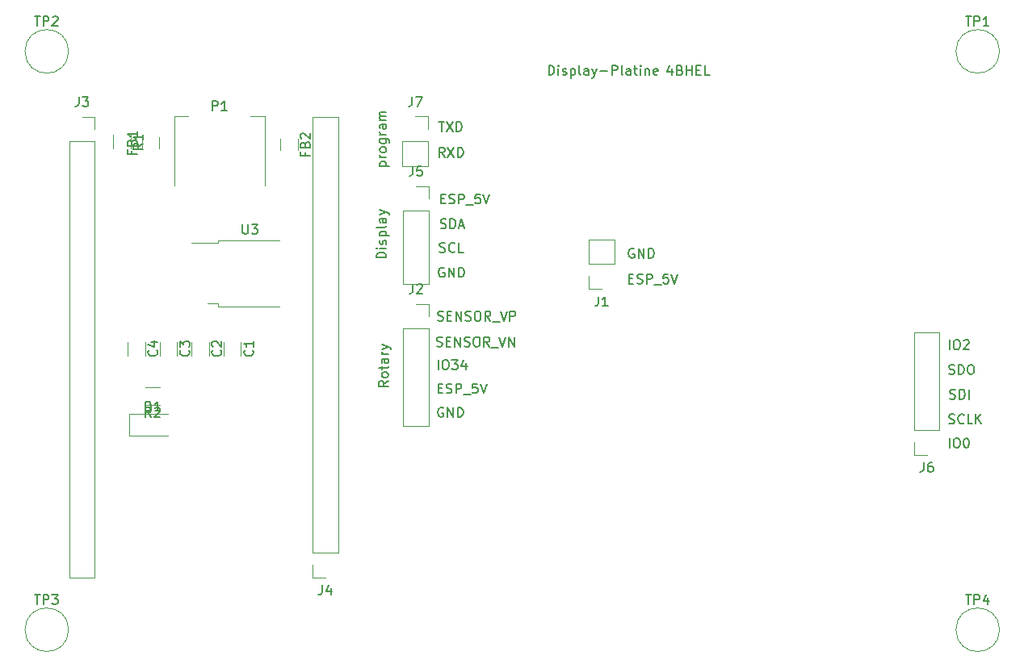
<source format=gbr>
%TF.GenerationSoftware,KiCad,Pcbnew,(7.0.0)*%
%TF.CreationDate,2023-03-31T23:37:10+02:00*%
%TF.ProjectId,display-brain-final,64697370-6c61-4792-9d62-7261696e2d66,rev?*%
%TF.SameCoordinates,Original*%
%TF.FileFunction,Legend,Top*%
%TF.FilePolarity,Positive*%
%FSLAX46Y46*%
G04 Gerber Fmt 4.6, Leading zero omitted, Abs format (unit mm)*
G04 Created by KiCad (PCBNEW (7.0.0)) date 2023-03-31 23:37:10*
%MOMM*%
%LPD*%
G01*
G04 APERTURE LIST*
%ADD10C,0.150000*%
%ADD11C,0.120000*%
G04 APERTURE END LIST*
D10*
X170738095Y-67758571D02*
X171071428Y-67758571D01*
X171214285Y-68282380D02*
X170738095Y-68282380D01*
X170738095Y-68282380D02*
X170738095Y-67282380D01*
X170738095Y-67282380D02*
X171214285Y-67282380D01*
X171595238Y-68234761D02*
X171738095Y-68282380D01*
X171738095Y-68282380D02*
X171976190Y-68282380D01*
X171976190Y-68282380D02*
X172071428Y-68234761D01*
X172071428Y-68234761D02*
X172119047Y-68187142D01*
X172119047Y-68187142D02*
X172166666Y-68091904D01*
X172166666Y-68091904D02*
X172166666Y-67996666D01*
X172166666Y-67996666D02*
X172119047Y-67901428D01*
X172119047Y-67901428D02*
X172071428Y-67853809D01*
X172071428Y-67853809D02*
X171976190Y-67806190D01*
X171976190Y-67806190D02*
X171785714Y-67758571D01*
X171785714Y-67758571D02*
X171690476Y-67710952D01*
X171690476Y-67710952D02*
X171642857Y-67663333D01*
X171642857Y-67663333D02*
X171595238Y-67568095D01*
X171595238Y-67568095D02*
X171595238Y-67472857D01*
X171595238Y-67472857D02*
X171642857Y-67377619D01*
X171642857Y-67377619D02*
X171690476Y-67330000D01*
X171690476Y-67330000D02*
X171785714Y-67282380D01*
X171785714Y-67282380D02*
X172023809Y-67282380D01*
X172023809Y-67282380D02*
X172166666Y-67330000D01*
X172595238Y-68282380D02*
X172595238Y-67282380D01*
X172595238Y-67282380D02*
X172976190Y-67282380D01*
X172976190Y-67282380D02*
X173071428Y-67330000D01*
X173071428Y-67330000D02*
X173119047Y-67377619D01*
X173119047Y-67377619D02*
X173166666Y-67472857D01*
X173166666Y-67472857D02*
X173166666Y-67615714D01*
X173166666Y-67615714D02*
X173119047Y-67710952D01*
X173119047Y-67710952D02*
X173071428Y-67758571D01*
X173071428Y-67758571D02*
X172976190Y-67806190D01*
X172976190Y-67806190D02*
X172595238Y-67806190D01*
X173357143Y-68377619D02*
X174119047Y-68377619D01*
X174833333Y-67282380D02*
X174357143Y-67282380D01*
X174357143Y-67282380D02*
X174309524Y-67758571D01*
X174309524Y-67758571D02*
X174357143Y-67710952D01*
X174357143Y-67710952D02*
X174452381Y-67663333D01*
X174452381Y-67663333D02*
X174690476Y-67663333D01*
X174690476Y-67663333D02*
X174785714Y-67710952D01*
X174785714Y-67710952D02*
X174833333Y-67758571D01*
X174833333Y-67758571D02*
X174880952Y-67853809D01*
X174880952Y-67853809D02*
X174880952Y-68091904D01*
X174880952Y-68091904D02*
X174833333Y-68187142D01*
X174833333Y-68187142D02*
X174785714Y-68234761D01*
X174785714Y-68234761D02*
X174690476Y-68282380D01*
X174690476Y-68282380D02*
X174452381Y-68282380D01*
X174452381Y-68282380D02*
X174357143Y-68234761D01*
X174357143Y-68234761D02*
X174309524Y-68187142D01*
X175166667Y-67282380D02*
X175500000Y-68282380D01*
X175500000Y-68282380D02*
X175833333Y-67282380D01*
X164315714Y-64361904D02*
X165315714Y-64361904D01*
X164363333Y-64361904D02*
X164315714Y-64266666D01*
X164315714Y-64266666D02*
X164315714Y-64076190D01*
X164315714Y-64076190D02*
X164363333Y-63980952D01*
X164363333Y-63980952D02*
X164410952Y-63933333D01*
X164410952Y-63933333D02*
X164506190Y-63885714D01*
X164506190Y-63885714D02*
X164791904Y-63885714D01*
X164791904Y-63885714D02*
X164887142Y-63933333D01*
X164887142Y-63933333D02*
X164934761Y-63980952D01*
X164934761Y-63980952D02*
X164982380Y-64076190D01*
X164982380Y-64076190D02*
X164982380Y-64266666D01*
X164982380Y-64266666D02*
X164934761Y-64361904D01*
X164982380Y-63457142D02*
X164315714Y-63457142D01*
X164506190Y-63457142D02*
X164410952Y-63409523D01*
X164410952Y-63409523D02*
X164363333Y-63361904D01*
X164363333Y-63361904D02*
X164315714Y-63266666D01*
X164315714Y-63266666D02*
X164315714Y-63171428D01*
X164982380Y-62695237D02*
X164934761Y-62790475D01*
X164934761Y-62790475D02*
X164887142Y-62838094D01*
X164887142Y-62838094D02*
X164791904Y-62885713D01*
X164791904Y-62885713D02*
X164506190Y-62885713D01*
X164506190Y-62885713D02*
X164410952Y-62838094D01*
X164410952Y-62838094D02*
X164363333Y-62790475D01*
X164363333Y-62790475D02*
X164315714Y-62695237D01*
X164315714Y-62695237D02*
X164315714Y-62552380D01*
X164315714Y-62552380D02*
X164363333Y-62457142D01*
X164363333Y-62457142D02*
X164410952Y-62409523D01*
X164410952Y-62409523D02*
X164506190Y-62361904D01*
X164506190Y-62361904D02*
X164791904Y-62361904D01*
X164791904Y-62361904D02*
X164887142Y-62409523D01*
X164887142Y-62409523D02*
X164934761Y-62457142D01*
X164934761Y-62457142D02*
X164982380Y-62552380D01*
X164982380Y-62552380D02*
X164982380Y-62695237D01*
X164315714Y-61504761D02*
X165125238Y-61504761D01*
X165125238Y-61504761D02*
X165220476Y-61552380D01*
X165220476Y-61552380D02*
X165268095Y-61599999D01*
X165268095Y-61599999D02*
X165315714Y-61695237D01*
X165315714Y-61695237D02*
X165315714Y-61838094D01*
X165315714Y-61838094D02*
X165268095Y-61933332D01*
X164934761Y-61504761D02*
X164982380Y-61599999D01*
X164982380Y-61599999D02*
X164982380Y-61790475D01*
X164982380Y-61790475D02*
X164934761Y-61885713D01*
X164934761Y-61885713D02*
X164887142Y-61933332D01*
X164887142Y-61933332D02*
X164791904Y-61980951D01*
X164791904Y-61980951D02*
X164506190Y-61980951D01*
X164506190Y-61980951D02*
X164410952Y-61933332D01*
X164410952Y-61933332D02*
X164363333Y-61885713D01*
X164363333Y-61885713D02*
X164315714Y-61790475D01*
X164315714Y-61790475D02*
X164315714Y-61599999D01*
X164315714Y-61599999D02*
X164363333Y-61504761D01*
X164982380Y-61028570D02*
X164315714Y-61028570D01*
X164506190Y-61028570D02*
X164410952Y-60980951D01*
X164410952Y-60980951D02*
X164363333Y-60933332D01*
X164363333Y-60933332D02*
X164315714Y-60838094D01*
X164315714Y-60838094D02*
X164315714Y-60742856D01*
X164982380Y-59980951D02*
X164458571Y-59980951D01*
X164458571Y-59980951D02*
X164363333Y-60028570D01*
X164363333Y-60028570D02*
X164315714Y-60123808D01*
X164315714Y-60123808D02*
X164315714Y-60314284D01*
X164315714Y-60314284D02*
X164363333Y-60409522D01*
X164934761Y-59980951D02*
X164982380Y-60076189D01*
X164982380Y-60076189D02*
X164982380Y-60314284D01*
X164982380Y-60314284D02*
X164934761Y-60409522D01*
X164934761Y-60409522D02*
X164839523Y-60457141D01*
X164839523Y-60457141D02*
X164744285Y-60457141D01*
X164744285Y-60457141D02*
X164649047Y-60409522D01*
X164649047Y-60409522D02*
X164601428Y-60314284D01*
X164601428Y-60314284D02*
X164601428Y-60076189D01*
X164601428Y-60076189D02*
X164553809Y-59980951D01*
X164982380Y-59504760D02*
X164315714Y-59504760D01*
X164410952Y-59504760D02*
X164363333Y-59457141D01*
X164363333Y-59457141D02*
X164315714Y-59361903D01*
X164315714Y-59361903D02*
X164315714Y-59219046D01*
X164315714Y-59219046D02*
X164363333Y-59123808D01*
X164363333Y-59123808D02*
X164458571Y-59076189D01*
X164458571Y-59076189D02*
X164982380Y-59076189D01*
X164458571Y-59076189D02*
X164363333Y-59028570D01*
X164363333Y-59028570D02*
X164315714Y-58933332D01*
X164315714Y-58933332D02*
X164315714Y-58790475D01*
X164315714Y-58790475D02*
X164363333Y-58695236D01*
X164363333Y-58695236D02*
X164458571Y-58647617D01*
X164458571Y-58647617D02*
X164982380Y-58647617D01*
X190438095Y-76158571D02*
X190771428Y-76158571D01*
X190914285Y-76682380D02*
X190438095Y-76682380D01*
X190438095Y-76682380D02*
X190438095Y-75682380D01*
X190438095Y-75682380D02*
X190914285Y-75682380D01*
X191295238Y-76634761D02*
X191438095Y-76682380D01*
X191438095Y-76682380D02*
X191676190Y-76682380D01*
X191676190Y-76682380D02*
X191771428Y-76634761D01*
X191771428Y-76634761D02*
X191819047Y-76587142D01*
X191819047Y-76587142D02*
X191866666Y-76491904D01*
X191866666Y-76491904D02*
X191866666Y-76396666D01*
X191866666Y-76396666D02*
X191819047Y-76301428D01*
X191819047Y-76301428D02*
X191771428Y-76253809D01*
X191771428Y-76253809D02*
X191676190Y-76206190D01*
X191676190Y-76206190D02*
X191485714Y-76158571D01*
X191485714Y-76158571D02*
X191390476Y-76110952D01*
X191390476Y-76110952D02*
X191342857Y-76063333D01*
X191342857Y-76063333D02*
X191295238Y-75968095D01*
X191295238Y-75968095D02*
X191295238Y-75872857D01*
X191295238Y-75872857D02*
X191342857Y-75777619D01*
X191342857Y-75777619D02*
X191390476Y-75730000D01*
X191390476Y-75730000D02*
X191485714Y-75682380D01*
X191485714Y-75682380D02*
X191723809Y-75682380D01*
X191723809Y-75682380D02*
X191866666Y-75730000D01*
X192295238Y-76682380D02*
X192295238Y-75682380D01*
X192295238Y-75682380D02*
X192676190Y-75682380D01*
X192676190Y-75682380D02*
X192771428Y-75730000D01*
X192771428Y-75730000D02*
X192819047Y-75777619D01*
X192819047Y-75777619D02*
X192866666Y-75872857D01*
X192866666Y-75872857D02*
X192866666Y-76015714D01*
X192866666Y-76015714D02*
X192819047Y-76110952D01*
X192819047Y-76110952D02*
X192771428Y-76158571D01*
X192771428Y-76158571D02*
X192676190Y-76206190D01*
X192676190Y-76206190D02*
X192295238Y-76206190D01*
X193057143Y-76777619D02*
X193819047Y-76777619D01*
X194533333Y-75682380D02*
X194057143Y-75682380D01*
X194057143Y-75682380D02*
X194009524Y-76158571D01*
X194009524Y-76158571D02*
X194057143Y-76110952D01*
X194057143Y-76110952D02*
X194152381Y-76063333D01*
X194152381Y-76063333D02*
X194390476Y-76063333D01*
X194390476Y-76063333D02*
X194485714Y-76110952D01*
X194485714Y-76110952D02*
X194533333Y-76158571D01*
X194533333Y-76158571D02*
X194580952Y-76253809D01*
X194580952Y-76253809D02*
X194580952Y-76491904D01*
X194580952Y-76491904D02*
X194533333Y-76587142D01*
X194533333Y-76587142D02*
X194485714Y-76634761D01*
X194485714Y-76634761D02*
X194390476Y-76682380D01*
X194390476Y-76682380D02*
X194152381Y-76682380D01*
X194152381Y-76682380D02*
X194057143Y-76634761D01*
X194057143Y-76634761D02*
X194009524Y-76587142D01*
X194866667Y-75682380D02*
X195200000Y-76682380D01*
X195200000Y-76682380D02*
X195533333Y-75682380D01*
X170590476Y-73334761D02*
X170733333Y-73382380D01*
X170733333Y-73382380D02*
X170971428Y-73382380D01*
X170971428Y-73382380D02*
X171066666Y-73334761D01*
X171066666Y-73334761D02*
X171114285Y-73287142D01*
X171114285Y-73287142D02*
X171161904Y-73191904D01*
X171161904Y-73191904D02*
X171161904Y-73096666D01*
X171161904Y-73096666D02*
X171114285Y-73001428D01*
X171114285Y-73001428D02*
X171066666Y-72953809D01*
X171066666Y-72953809D02*
X170971428Y-72906190D01*
X170971428Y-72906190D02*
X170780952Y-72858571D01*
X170780952Y-72858571D02*
X170685714Y-72810952D01*
X170685714Y-72810952D02*
X170638095Y-72763333D01*
X170638095Y-72763333D02*
X170590476Y-72668095D01*
X170590476Y-72668095D02*
X170590476Y-72572857D01*
X170590476Y-72572857D02*
X170638095Y-72477619D01*
X170638095Y-72477619D02*
X170685714Y-72430000D01*
X170685714Y-72430000D02*
X170780952Y-72382380D01*
X170780952Y-72382380D02*
X171019047Y-72382380D01*
X171019047Y-72382380D02*
X171161904Y-72430000D01*
X172161904Y-73287142D02*
X172114285Y-73334761D01*
X172114285Y-73334761D02*
X171971428Y-73382380D01*
X171971428Y-73382380D02*
X171876190Y-73382380D01*
X171876190Y-73382380D02*
X171733333Y-73334761D01*
X171733333Y-73334761D02*
X171638095Y-73239523D01*
X171638095Y-73239523D02*
X171590476Y-73144285D01*
X171590476Y-73144285D02*
X171542857Y-72953809D01*
X171542857Y-72953809D02*
X171542857Y-72810952D01*
X171542857Y-72810952D02*
X171590476Y-72620476D01*
X171590476Y-72620476D02*
X171638095Y-72525238D01*
X171638095Y-72525238D02*
X171733333Y-72430000D01*
X171733333Y-72430000D02*
X171876190Y-72382380D01*
X171876190Y-72382380D02*
X171971428Y-72382380D01*
X171971428Y-72382380D02*
X172114285Y-72430000D01*
X172114285Y-72430000D02*
X172161904Y-72477619D01*
X173066666Y-73382380D02*
X172590476Y-73382380D01*
X172590476Y-73382380D02*
X172590476Y-72382380D01*
X164982380Y-73961904D02*
X163982380Y-73961904D01*
X163982380Y-73961904D02*
X163982380Y-73723809D01*
X163982380Y-73723809D02*
X164030000Y-73580952D01*
X164030000Y-73580952D02*
X164125238Y-73485714D01*
X164125238Y-73485714D02*
X164220476Y-73438095D01*
X164220476Y-73438095D02*
X164410952Y-73390476D01*
X164410952Y-73390476D02*
X164553809Y-73390476D01*
X164553809Y-73390476D02*
X164744285Y-73438095D01*
X164744285Y-73438095D02*
X164839523Y-73485714D01*
X164839523Y-73485714D02*
X164934761Y-73580952D01*
X164934761Y-73580952D02*
X164982380Y-73723809D01*
X164982380Y-73723809D02*
X164982380Y-73961904D01*
X164982380Y-72961904D02*
X164315714Y-72961904D01*
X163982380Y-72961904D02*
X164030000Y-73009523D01*
X164030000Y-73009523D02*
X164077619Y-72961904D01*
X164077619Y-72961904D02*
X164030000Y-72914285D01*
X164030000Y-72914285D02*
X163982380Y-72961904D01*
X163982380Y-72961904D02*
X164077619Y-72961904D01*
X164934761Y-72533333D02*
X164982380Y-72438095D01*
X164982380Y-72438095D02*
X164982380Y-72247619D01*
X164982380Y-72247619D02*
X164934761Y-72152381D01*
X164934761Y-72152381D02*
X164839523Y-72104762D01*
X164839523Y-72104762D02*
X164791904Y-72104762D01*
X164791904Y-72104762D02*
X164696666Y-72152381D01*
X164696666Y-72152381D02*
X164649047Y-72247619D01*
X164649047Y-72247619D02*
X164649047Y-72390476D01*
X164649047Y-72390476D02*
X164601428Y-72485714D01*
X164601428Y-72485714D02*
X164506190Y-72533333D01*
X164506190Y-72533333D02*
X164458571Y-72533333D01*
X164458571Y-72533333D02*
X164363333Y-72485714D01*
X164363333Y-72485714D02*
X164315714Y-72390476D01*
X164315714Y-72390476D02*
X164315714Y-72247619D01*
X164315714Y-72247619D02*
X164363333Y-72152381D01*
X164315714Y-71676190D02*
X165315714Y-71676190D01*
X164363333Y-71676190D02*
X164315714Y-71580952D01*
X164315714Y-71580952D02*
X164315714Y-71390476D01*
X164315714Y-71390476D02*
X164363333Y-71295238D01*
X164363333Y-71295238D02*
X164410952Y-71247619D01*
X164410952Y-71247619D02*
X164506190Y-71200000D01*
X164506190Y-71200000D02*
X164791904Y-71200000D01*
X164791904Y-71200000D02*
X164887142Y-71247619D01*
X164887142Y-71247619D02*
X164934761Y-71295238D01*
X164934761Y-71295238D02*
X164982380Y-71390476D01*
X164982380Y-71390476D02*
X164982380Y-71580952D01*
X164982380Y-71580952D02*
X164934761Y-71676190D01*
X164982380Y-70628571D02*
X164934761Y-70723809D01*
X164934761Y-70723809D02*
X164839523Y-70771428D01*
X164839523Y-70771428D02*
X163982380Y-70771428D01*
X164982380Y-69819047D02*
X164458571Y-69819047D01*
X164458571Y-69819047D02*
X164363333Y-69866666D01*
X164363333Y-69866666D02*
X164315714Y-69961904D01*
X164315714Y-69961904D02*
X164315714Y-70152380D01*
X164315714Y-70152380D02*
X164363333Y-70247618D01*
X164934761Y-69819047D02*
X164982380Y-69914285D01*
X164982380Y-69914285D02*
X164982380Y-70152380D01*
X164982380Y-70152380D02*
X164934761Y-70247618D01*
X164934761Y-70247618D02*
X164839523Y-70295237D01*
X164839523Y-70295237D02*
X164744285Y-70295237D01*
X164744285Y-70295237D02*
X164649047Y-70247618D01*
X164649047Y-70247618D02*
X164601428Y-70152380D01*
X164601428Y-70152380D02*
X164601428Y-69914285D01*
X164601428Y-69914285D02*
X164553809Y-69819047D01*
X164315714Y-69438094D02*
X164982380Y-69199999D01*
X164315714Y-68961904D02*
X164982380Y-69199999D01*
X164982380Y-69199999D02*
X165220476Y-69295237D01*
X165220476Y-69295237D02*
X165268095Y-69342856D01*
X165268095Y-69342856D02*
X165315714Y-69438094D01*
X171109523Y-63382380D02*
X170776190Y-62906190D01*
X170538095Y-63382380D02*
X170538095Y-62382380D01*
X170538095Y-62382380D02*
X170919047Y-62382380D01*
X170919047Y-62382380D02*
X171014285Y-62430000D01*
X171014285Y-62430000D02*
X171061904Y-62477619D01*
X171061904Y-62477619D02*
X171109523Y-62572857D01*
X171109523Y-62572857D02*
X171109523Y-62715714D01*
X171109523Y-62715714D02*
X171061904Y-62810952D01*
X171061904Y-62810952D02*
X171014285Y-62858571D01*
X171014285Y-62858571D02*
X170919047Y-62906190D01*
X170919047Y-62906190D02*
X170538095Y-62906190D01*
X171442857Y-62382380D02*
X172109523Y-63382380D01*
X172109523Y-62382380D02*
X171442857Y-63382380D01*
X172490476Y-63382380D02*
X172490476Y-62382380D01*
X172490476Y-62382380D02*
X172728571Y-62382380D01*
X172728571Y-62382380D02*
X172871428Y-62430000D01*
X172871428Y-62430000D02*
X172966666Y-62525238D01*
X172966666Y-62525238D02*
X173014285Y-62620476D01*
X173014285Y-62620476D02*
X173061904Y-62810952D01*
X173061904Y-62810952D02*
X173061904Y-62953809D01*
X173061904Y-62953809D02*
X173014285Y-63144285D01*
X173014285Y-63144285D02*
X172966666Y-63239523D01*
X172966666Y-63239523D02*
X172871428Y-63334761D01*
X172871428Y-63334761D02*
X172728571Y-63382380D01*
X172728571Y-63382380D02*
X172490476Y-63382380D01*
X170438095Y-87658571D02*
X170771428Y-87658571D01*
X170914285Y-88182380D02*
X170438095Y-88182380D01*
X170438095Y-88182380D02*
X170438095Y-87182380D01*
X170438095Y-87182380D02*
X170914285Y-87182380D01*
X171295238Y-88134761D02*
X171438095Y-88182380D01*
X171438095Y-88182380D02*
X171676190Y-88182380D01*
X171676190Y-88182380D02*
X171771428Y-88134761D01*
X171771428Y-88134761D02*
X171819047Y-88087142D01*
X171819047Y-88087142D02*
X171866666Y-87991904D01*
X171866666Y-87991904D02*
X171866666Y-87896666D01*
X171866666Y-87896666D02*
X171819047Y-87801428D01*
X171819047Y-87801428D02*
X171771428Y-87753809D01*
X171771428Y-87753809D02*
X171676190Y-87706190D01*
X171676190Y-87706190D02*
X171485714Y-87658571D01*
X171485714Y-87658571D02*
X171390476Y-87610952D01*
X171390476Y-87610952D02*
X171342857Y-87563333D01*
X171342857Y-87563333D02*
X171295238Y-87468095D01*
X171295238Y-87468095D02*
X171295238Y-87372857D01*
X171295238Y-87372857D02*
X171342857Y-87277619D01*
X171342857Y-87277619D02*
X171390476Y-87230000D01*
X171390476Y-87230000D02*
X171485714Y-87182380D01*
X171485714Y-87182380D02*
X171723809Y-87182380D01*
X171723809Y-87182380D02*
X171866666Y-87230000D01*
X172295238Y-88182380D02*
X172295238Y-87182380D01*
X172295238Y-87182380D02*
X172676190Y-87182380D01*
X172676190Y-87182380D02*
X172771428Y-87230000D01*
X172771428Y-87230000D02*
X172819047Y-87277619D01*
X172819047Y-87277619D02*
X172866666Y-87372857D01*
X172866666Y-87372857D02*
X172866666Y-87515714D01*
X172866666Y-87515714D02*
X172819047Y-87610952D01*
X172819047Y-87610952D02*
X172771428Y-87658571D01*
X172771428Y-87658571D02*
X172676190Y-87706190D01*
X172676190Y-87706190D02*
X172295238Y-87706190D01*
X173057143Y-88277619D02*
X173819047Y-88277619D01*
X174533333Y-87182380D02*
X174057143Y-87182380D01*
X174057143Y-87182380D02*
X174009524Y-87658571D01*
X174009524Y-87658571D02*
X174057143Y-87610952D01*
X174057143Y-87610952D02*
X174152381Y-87563333D01*
X174152381Y-87563333D02*
X174390476Y-87563333D01*
X174390476Y-87563333D02*
X174485714Y-87610952D01*
X174485714Y-87610952D02*
X174533333Y-87658571D01*
X174533333Y-87658571D02*
X174580952Y-87753809D01*
X174580952Y-87753809D02*
X174580952Y-87991904D01*
X174580952Y-87991904D02*
X174533333Y-88087142D01*
X174533333Y-88087142D02*
X174485714Y-88134761D01*
X174485714Y-88134761D02*
X174390476Y-88182380D01*
X174390476Y-88182380D02*
X174152381Y-88182380D01*
X174152381Y-88182380D02*
X174057143Y-88134761D01*
X174057143Y-88134761D02*
X174009524Y-88087142D01*
X174866667Y-87182380D02*
X175200000Y-88182380D01*
X175200000Y-88182380D02*
X175533333Y-87182380D01*
X190961904Y-73030000D02*
X190866666Y-72982380D01*
X190866666Y-72982380D02*
X190723809Y-72982380D01*
X190723809Y-72982380D02*
X190580952Y-73030000D01*
X190580952Y-73030000D02*
X190485714Y-73125238D01*
X190485714Y-73125238D02*
X190438095Y-73220476D01*
X190438095Y-73220476D02*
X190390476Y-73410952D01*
X190390476Y-73410952D02*
X190390476Y-73553809D01*
X190390476Y-73553809D02*
X190438095Y-73744285D01*
X190438095Y-73744285D02*
X190485714Y-73839523D01*
X190485714Y-73839523D02*
X190580952Y-73934761D01*
X190580952Y-73934761D02*
X190723809Y-73982380D01*
X190723809Y-73982380D02*
X190819047Y-73982380D01*
X190819047Y-73982380D02*
X190961904Y-73934761D01*
X190961904Y-73934761D02*
X191009523Y-73887142D01*
X191009523Y-73887142D02*
X191009523Y-73553809D01*
X191009523Y-73553809D02*
X190819047Y-73553809D01*
X191438095Y-73982380D02*
X191438095Y-72982380D01*
X191438095Y-72982380D02*
X192009523Y-73982380D01*
X192009523Y-73982380D02*
X192009523Y-72982380D01*
X192485714Y-73982380D02*
X192485714Y-72982380D01*
X192485714Y-72982380D02*
X192723809Y-72982380D01*
X192723809Y-72982380D02*
X192866666Y-73030000D01*
X192866666Y-73030000D02*
X192961904Y-73125238D01*
X192961904Y-73125238D02*
X193009523Y-73220476D01*
X193009523Y-73220476D02*
X193057142Y-73410952D01*
X193057142Y-73410952D02*
X193057142Y-73553809D01*
X193057142Y-73553809D02*
X193009523Y-73744285D01*
X193009523Y-73744285D02*
X192961904Y-73839523D01*
X192961904Y-73839523D02*
X192866666Y-73934761D01*
X192866666Y-73934761D02*
X192723809Y-73982380D01*
X192723809Y-73982380D02*
X192485714Y-73982380D01*
X170390476Y-80534761D02*
X170533333Y-80582380D01*
X170533333Y-80582380D02*
X170771428Y-80582380D01*
X170771428Y-80582380D02*
X170866666Y-80534761D01*
X170866666Y-80534761D02*
X170914285Y-80487142D01*
X170914285Y-80487142D02*
X170961904Y-80391904D01*
X170961904Y-80391904D02*
X170961904Y-80296666D01*
X170961904Y-80296666D02*
X170914285Y-80201428D01*
X170914285Y-80201428D02*
X170866666Y-80153809D01*
X170866666Y-80153809D02*
X170771428Y-80106190D01*
X170771428Y-80106190D02*
X170580952Y-80058571D01*
X170580952Y-80058571D02*
X170485714Y-80010952D01*
X170485714Y-80010952D02*
X170438095Y-79963333D01*
X170438095Y-79963333D02*
X170390476Y-79868095D01*
X170390476Y-79868095D02*
X170390476Y-79772857D01*
X170390476Y-79772857D02*
X170438095Y-79677619D01*
X170438095Y-79677619D02*
X170485714Y-79630000D01*
X170485714Y-79630000D02*
X170580952Y-79582380D01*
X170580952Y-79582380D02*
X170819047Y-79582380D01*
X170819047Y-79582380D02*
X170961904Y-79630000D01*
X171390476Y-80058571D02*
X171723809Y-80058571D01*
X171866666Y-80582380D02*
X171390476Y-80582380D01*
X171390476Y-80582380D02*
X171390476Y-79582380D01*
X171390476Y-79582380D02*
X171866666Y-79582380D01*
X172295238Y-80582380D02*
X172295238Y-79582380D01*
X172295238Y-79582380D02*
X172866666Y-80582380D01*
X172866666Y-80582380D02*
X172866666Y-79582380D01*
X173295238Y-80534761D02*
X173438095Y-80582380D01*
X173438095Y-80582380D02*
X173676190Y-80582380D01*
X173676190Y-80582380D02*
X173771428Y-80534761D01*
X173771428Y-80534761D02*
X173819047Y-80487142D01*
X173819047Y-80487142D02*
X173866666Y-80391904D01*
X173866666Y-80391904D02*
X173866666Y-80296666D01*
X173866666Y-80296666D02*
X173819047Y-80201428D01*
X173819047Y-80201428D02*
X173771428Y-80153809D01*
X173771428Y-80153809D02*
X173676190Y-80106190D01*
X173676190Y-80106190D02*
X173485714Y-80058571D01*
X173485714Y-80058571D02*
X173390476Y-80010952D01*
X173390476Y-80010952D02*
X173342857Y-79963333D01*
X173342857Y-79963333D02*
X173295238Y-79868095D01*
X173295238Y-79868095D02*
X173295238Y-79772857D01*
X173295238Y-79772857D02*
X173342857Y-79677619D01*
X173342857Y-79677619D02*
X173390476Y-79630000D01*
X173390476Y-79630000D02*
X173485714Y-79582380D01*
X173485714Y-79582380D02*
X173723809Y-79582380D01*
X173723809Y-79582380D02*
X173866666Y-79630000D01*
X174485714Y-79582380D02*
X174676190Y-79582380D01*
X174676190Y-79582380D02*
X174771428Y-79630000D01*
X174771428Y-79630000D02*
X174866666Y-79725238D01*
X174866666Y-79725238D02*
X174914285Y-79915714D01*
X174914285Y-79915714D02*
X174914285Y-80249047D01*
X174914285Y-80249047D02*
X174866666Y-80439523D01*
X174866666Y-80439523D02*
X174771428Y-80534761D01*
X174771428Y-80534761D02*
X174676190Y-80582380D01*
X174676190Y-80582380D02*
X174485714Y-80582380D01*
X174485714Y-80582380D02*
X174390476Y-80534761D01*
X174390476Y-80534761D02*
X174295238Y-80439523D01*
X174295238Y-80439523D02*
X174247619Y-80249047D01*
X174247619Y-80249047D02*
X174247619Y-79915714D01*
X174247619Y-79915714D02*
X174295238Y-79725238D01*
X174295238Y-79725238D02*
X174390476Y-79630000D01*
X174390476Y-79630000D02*
X174485714Y-79582380D01*
X175914285Y-80582380D02*
X175580952Y-80106190D01*
X175342857Y-80582380D02*
X175342857Y-79582380D01*
X175342857Y-79582380D02*
X175723809Y-79582380D01*
X175723809Y-79582380D02*
X175819047Y-79630000D01*
X175819047Y-79630000D02*
X175866666Y-79677619D01*
X175866666Y-79677619D02*
X175914285Y-79772857D01*
X175914285Y-79772857D02*
X175914285Y-79915714D01*
X175914285Y-79915714D02*
X175866666Y-80010952D01*
X175866666Y-80010952D02*
X175819047Y-80058571D01*
X175819047Y-80058571D02*
X175723809Y-80106190D01*
X175723809Y-80106190D02*
X175342857Y-80106190D01*
X176104762Y-80677619D02*
X176866666Y-80677619D01*
X176961905Y-79582380D02*
X177295238Y-80582380D01*
X177295238Y-80582380D02*
X177628571Y-79582380D01*
X177961905Y-80582380D02*
X177961905Y-79582380D01*
X177961905Y-79582380D02*
X178342857Y-79582380D01*
X178342857Y-79582380D02*
X178438095Y-79630000D01*
X178438095Y-79630000D02*
X178485714Y-79677619D01*
X178485714Y-79677619D02*
X178533333Y-79772857D01*
X178533333Y-79772857D02*
X178533333Y-79915714D01*
X178533333Y-79915714D02*
X178485714Y-80010952D01*
X178485714Y-80010952D02*
X178438095Y-80058571D01*
X178438095Y-80058571D02*
X178342857Y-80106190D01*
X178342857Y-80106190D02*
X177961905Y-80106190D01*
X224038095Y-93882380D02*
X224038095Y-92882380D01*
X224704761Y-92882380D02*
X224895237Y-92882380D01*
X224895237Y-92882380D02*
X224990475Y-92930000D01*
X224990475Y-92930000D02*
X225085713Y-93025238D01*
X225085713Y-93025238D02*
X225133332Y-93215714D01*
X225133332Y-93215714D02*
X225133332Y-93549047D01*
X225133332Y-93549047D02*
X225085713Y-93739523D01*
X225085713Y-93739523D02*
X224990475Y-93834761D01*
X224990475Y-93834761D02*
X224895237Y-93882380D01*
X224895237Y-93882380D02*
X224704761Y-93882380D01*
X224704761Y-93882380D02*
X224609523Y-93834761D01*
X224609523Y-93834761D02*
X224514285Y-93739523D01*
X224514285Y-93739523D02*
X224466666Y-93549047D01*
X224466666Y-93549047D02*
X224466666Y-93215714D01*
X224466666Y-93215714D02*
X224514285Y-93025238D01*
X224514285Y-93025238D02*
X224609523Y-92930000D01*
X224609523Y-92930000D02*
X224704761Y-92882380D01*
X225752380Y-92882380D02*
X225847618Y-92882380D01*
X225847618Y-92882380D02*
X225942856Y-92930000D01*
X225942856Y-92930000D02*
X225990475Y-92977619D01*
X225990475Y-92977619D02*
X226038094Y-93072857D01*
X226038094Y-93072857D02*
X226085713Y-93263333D01*
X226085713Y-93263333D02*
X226085713Y-93501428D01*
X226085713Y-93501428D02*
X226038094Y-93691904D01*
X226038094Y-93691904D02*
X225990475Y-93787142D01*
X225990475Y-93787142D02*
X225942856Y-93834761D01*
X225942856Y-93834761D02*
X225847618Y-93882380D01*
X225847618Y-93882380D02*
X225752380Y-93882380D01*
X225752380Y-93882380D02*
X225657142Y-93834761D01*
X225657142Y-93834761D02*
X225609523Y-93787142D01*
X225609523Y-93787142D02*
X225561904Y-93691904D01*
X225561904Y-93691904D02*
X225514285Y-93501428D01*
X225514285Y-93501428D02*
X225514285Y-93263333D01*
X225514285Y-93263333D02*
X225561904Y-93072857D01*
X225561904Y-93072857D02*
X225609523Y-92977619D01*
X225609523Y-92977619D02*
X225657142Y-92930000D01*
X225657142Y-92930000D02*
X225752380Y-92882380D01*
X224038095Y-83582380D02*
X224038095Y-82582380D01*
X224704761Y-82582380D02*
X224895237Y-82582380D01*
X224895237Y-82582380D02*
X224990475Y-82630000D01*
X224990475Y-82630000D02*
X225085713Y-82725238D01*
X225085713Y-82725238D02*
X225133332Y-82915714D01*
X225133332Y-82915714D02*
X225133332Y-83249047D01*
X225133332Y-83249047D02*
X225085713Y-83439523D01*
X225085713Y-83439523D02*
X224990475Y-83534761D01*
X224990475Y-83534761D02*
X224895237Y-83582380D01*
X224895237Y-83582380D02*
X224704761Y-83582380D01*
X224704761Y-83582380D02*
X224609523Y-83534761D01*
X224609523Y-83534761D02*
X224514285Y-83439523D01*
X224514285Y-83439523D02*
X224466666Y-83249047D01*
X224466666Y-83249047D02*
X224466666Y-82915714D01*
X224466666Y-82915714D02*
X224514285Y-82725238D01*
X224514285Y-82725238D02*
X224609523Y-82630000D01*
X224609523Y-82630000D02*
X224704761Y-82582380D01*
X225514285Y-82677619D02*
X225561904Y-82630000D01*
X225561904Y-82630000D02*
X225657142Y-82582380D01*
X225657142Y-82582380D02*
X225895237Y-82582380D01*
X225895237Y-82582380D02*
X225990475Y-82630000D01*
X225990475Y-82630000D02*
X226038094Y-82677619D01*
X226038094Y-82677619D02*
X226085713Y-82772857D01*
X226085713Y-82772857D02*
X226085713Y-82868095D01*
X226085713Y-82868095D02*
X226038094Y-83010952D01*
X226038094Y-83010952D02*
X225466666Y-83582380D01*
X225466666Y-83582380D02*
X226085713Y-83582380D01*
X170690476Y-70834761D02*
X170833333Y-70882380D01*
X170833333Y-70882380D02*
X171071428Y-70882380D01*
X171071428Y-70882380D02*
X171166666Y-70834761D01*
X171166666Y-70834761D02*
X171214285Y-70787142D01*
X171214285Y-70787142D02*
X171261904Y-70691904D01*
X171261904Y-70691904D02*
X171261904Y-70596666D01*
X171261904Y-70596666D02*
X171214285Y-70501428D01*
X171214285Y-70501428D02*
X171166666Y-70453809D01*
X171166666Y-70453809D02*
X171071428Y-70406190D01*
X171071428Y-70406190D02*
X170880952Y-70358571D01*
X170880952Y-70358571D02*
X170785714Y-70310952D01*
X170785714Y-70310952D02*
X170738095Y-70263333D01*
X170738095Y-70263333D02*
X170690476Y-70168095D01*
X170690476Y-70168095D02*
X170690476Y-70072857D01*
X170690476Y-70072857D02*
X170738095Y-69977619D01*
X170738095Y-69977619D02*
X170785714Y-69930000D01*
X170785714Y-69930000D02*
X170880952Y-69882380D01*
X170880952Y-69882380D02*
X171119047Y-69882380D01*
X171119047Y-69882380D02*
X171261904Y-69930000D01*
X171690476Y-70882380D02*
X171690476Y-69882380D01*
X171690476Y-69882380D02*
X171928571Y-69882380D01*
X171928571Y-69882380D02*
X172071428Y-69930000D01*
X172071428Y-69930000D02*
X172166666Y-70025238D01*
X172166666Y-70025238D02*
X172214285Y-70120476D01*
X172214285Y-70120476D02*
X172261904Y-70310952D01*
X172261904Y-70310952D02*
X172261904Y-70453809D01*
X172261904Y-70453809D02*
X172214285Y-70644285D01*
X172214285Y-70644285D02*
X172166666Y-70739523D01*
X172166666Y-70739523D02*
X172071428Y-70834761D01*
X172071428Y-70834761D02*
X171928571Y-70882380D01*
X171928571Y-70882380D02*
X171690476Y-70882380D01*
X172642857Y-70596666D02*
X173119047Y-70596666D01*
X172547619Y-70882380D02*
X172880952Y-69882380D01*
X172880952Y-69882380D02*
X173214285Y-70882380D01*
X170961904Y-89730000D02*
X170866666Y-89682380D01*
X170866666Y-89682380D02*
X170723809Y-89682380D01*
X170723809Y-89682380D02*
X170580952Y-89730000D01*
X170580952Y-89730000D02*
X170485714Y-89825238D01*
X170485714Y-89825238D02*
X170438095Y-89920476D01*
X170438095Y-89920476D02*
X170390476Y-90110952D01*
X170390476Y-90110952D02*
X170390476Y-90253809D01*
X170390476Y-90253809D02*
X170438095Y-90444285D01*
X170438095Y-90444285D02*
X170485714Y-90539523D01*
X170485714Y-90539523D02*
X170580952Y-90634761D01*
X170580952Y-90634761D02*
X170723809Y-90682380D01*
X170723809Y-90682380D02*
X170819047Y-90682380D01*
X170819047Y-90682380D02*
X170961904Y-90634761D01*
X170961904Y-90634761D02*
X171009523Y-90587142D01*
X171009523Y-90587142D02*
X171009523Y-90253809D01*
X171009523Y-90253809D02*
X170819047Y-90253809D01*
X171438095Y-90682380D02*
X171438095Y-89682380D01*
X171438095Y-89682380D02*
X172009523Y-90682380D01*
X172009523Y-90682380D02*
X172009523Y-89682380D01*
X172485714Y-90682380D02*
X172485714Y-89682380D01*
X172485714Y-89682380D02*
X172723809Y-89682380D01*
X172723809Y-89682380D02*
X172866666Y-89730000D01*
X172866666Y-89730000D02*
X172961904Y-89825238D01*
X172961904Y-89825238D02*
X173009523Y-89920476D01*
X173009523Y-89920476D02*
X173057142Y-90110952D01*
X173057142Y-90110952D02*
X173057142Y-90253809D01*
X173057142Y-90253809D02*
X173009523Y-90444285D01*
X173009523Y-90444285D02*
X172961904Y-90539523D01*
X172961904Y-90539523D02*
X172866666Y-90634761D01*
X172866666Y-90634761D02*
X172723809Y-90682380D01*
X172723809Y-90682380D02*
X172485714Y-90682380D01*
X223990476Y-86134761D02*
X224133333Y-86182380D01*
X224133333Y-86182380D02*
X224371428Y-86182380D01*
X224371428Y-86182380D02*
X224466666Y-86134761D01*
X224466666Y-86134761D02*
X224514285Y-86087142D01*
X224514285Y-86087142D02*
X224561904Y-85991904D01*
X224561904Y-85991904D02*
X224561904Y-85896666D01*
X224561904Y-85896666D02*
X224514285Y-85801428D01*
X224514285Y-85801428D02*
X224466666Y-85753809D01*
X224466666Y-85753809D02*
X224371428Y-85706190D01*
X224371428Y-85706190D02*
X224180952Y-85658571D01*
X224180952Y-85658571D02*
X224085714Y-85610952D01*
X224085714Y-85610952D02*
X224038095Y-85563333D01*
X224038095Y-85563333D02*
X223990476Y-85468095D01*
X223990476Y-85468095D02*
X223990476Y-85372857D01*
X223990476Y-85372857D02*
X224038095Y-85277619D01*
X224038095Y-85277619D02*
X224085714Y-85230000D01*
X224085714Y-85230000D02*
X224180952Y-85182380D01*
X224180952Y-85182380D02*
X224419047Y-85182380D01*
X224419047Y-85182380D02*
X224561904Y-85230000D01*
X224990476Y-86182380D02*
X224990476Y-85182380D01*
X224990476Y-85182380D02*
X225228571Y-85182380D01*
X225228571Y-85182380D02*
X225371428Y-85230000D01*
X225371428Y-85230000D02*
X225466666Y-85325238D01*
X225466666Y-85325238D02*
X225514285Y-85420476D01*
X225514285Y-85420476D02*
X225561904Y-85610952D01*
X225561904Y-85610952D02*
X225561904Y-85753809D01*
X225561904Y-85753809D02*
X225514285Y-85944285D01*
X225514285Y-85944285D02*
X225466666Y-86039523D01*
X225466666Y-86039523D02*
X225371428Y-86134761D01*
X225371428Y-86134761D02*
X225228571Y-86182380D01*
X225228571Y-86182380D02*
X224990476Y-86182380D01*
X226180952Y-85182380D02*
X226371428Y-85182380D01*
X226371428Y-85182380D02*
X226466666Y-85230000D01*
X226466666Y-85230000D02*
X226561904Y-85325238D01*
X226561904Y-85325238D02*
X226609523Y-85515714D01*
X226609523Y-85515714D02*
X226609523Y-85849047D01*
X226609523Y-85849047D02*
X226561904Y-86039523D01*
X226561904Y-86039523D02*
X226466666Y-86134761D01*
X226466666Y-86134761D02*
X226371428Y-86182380D01*
X226371428Y-86182380D02*
X226180952Y-86182380D01*
X226180952Y-86182380D02*
X226085714Y-86134761D01*
X226085714Y-86134761D02*
X225990476Y-86039523D01*
X225990476Y-86039523D02*
X225942857Y-85849047D01*
X225942857Y-85849047D02*
X225942857Y-85515714D01*
X225942857Y-85515714D02*
X225990476Y-85325238D01*
X225990476Y-85325238D02*
X226085714Y-85230000D01*
X226085714Y-85230000D02*
X226180952Y-85182380D01*
X170290476Y-83234761D02*
X170433333Y-83282380D01*
X170433333Y-83282380D02*
X170671428Y-83282380D01*
X170671428Y-83282380D02*
X170766666Y-83234761D01*
X170766666Y-83234761D02*
X170814285Y-83187142D01*
X170814285Y-83187142D02*
X170861904Y-83091904D01*
X170861904Y-83091904D02*
X170861904Y-82996666D01*
X170861904Y-82996666D02*
X170814285Y-82901428D01*
X170814285Y-82901428D02*
X170766666Y-82853809D01*
X170766666Y-82853809D02*
X170671428Y-82806190D01*
X170671428Y-82806190D02*
X170480952Y-82758571D01*
X170480952Y-82758571D02*
X170385714Y-82710952D01*
X170385714Y-82710952D02*
X170338095Y-82663333D01*
X170338095Y-82663333D02*
X170290476Y-82568095D01*
X170290476Y-82568095D02*
X170290476Y-82472857D01*
X170290476Y-82472857D02*
X170338095Y-82377619D01*
X170338095Y-82377619D02*
X170385714Y-82330000D01*
X170385714Y-82330000D02*
X170480952Y-82282380D01*
X170480952Y-82282380D02*
X170719047Y-82282380D01*
X170719047Y-82282380D02*
X170861904Y-82330000D01*
X171290476Y-82758571D02*
X171623809Y-82758571D01*
X171766666Y-83282380D02*
X171290476Y-83282380D01*
X171290476Y-83282380D02*
X171290476Y-82282380D01*
X171290476Y-82282380D02*
X171766666Y-82282380D01*
X172195238Y-83282380D02*
X172195238Y-82282380D01*
X172195238Y-82282380D02*
X172766666Y-83282380D01*
X172766666Y-83282380D02*
X172766666Y-82282380D01*
X173195238Y-83234761D02*
X173338095Y-83282380D01*
X173338095Y-83282380D02*
X173576190Y-83282380D01*
X173576190Y-83282380D02*
X173671428Y-83234761D01*
X173671428Y-83234761D02*
X173719047Y-83187142D01*
X173719047Y-83187142D02*
X173766666Y-83091904D01*
X173766666Y-83091904D02*
X173766666Y-82996666D01*
X173766666Y-82996666D02*
X173719047Y-82901428D01*
X173719047Y-82901428D02*
X173671428Y-82853809D01*
X173671428Y-82853809D02*
X173576190Y-82806190D01*
X173576190Y-82806190D02*
X173385714Y-82758571D01*
X173385714Y-82758571D02*
X173290476Y-82710952D01*
X173290476Y-82710952D02*
X173242857Y-82663333D01*
X173242857Y-82663333D02*
X173195238Y-82568095D01*
X173195238Y-82568095D02*
X173195238Y-82472857D01*
X173195238Y-82472857D02*
X173242857Y-82377619D01*
X173242857Y-82377619D02*
X173290476Y-82330000D01*
X173290476Y-82330000D02*
X173385714Y-82282380D01*
X173385714Y-82282380D02*
X173623809Y-82282380D01*
X173623809Y-82282380D02*
X173766666Y-82330000D01*
X174385714Y-82282380D02*
X174576190Y-82282380D01*
X174576190Y-82282380D02*
X174671428Y-82330000D01*
X174671428Y-82330000D02*
X174766666Y-82425238D01*
X174766666Y-82425238D02*
X174814285Y-82615714D01*
X174814285Y-82615714D02*
X174814285Y-82949047D01*
X174814285Y-82949047D02*
X174766666Y-83139523D01*
X174766666Y-83139523D02*
X174671428Y-83234761D01*
X174671428Y-83234761D02*
X174576190Y-83282380D01*
X174576190Y-83282380D02*
X174385714Y-83282380D01*
X174385714Y-83282380D02*
X174290476Y-83234761D01*
X174290476Y-83234761D02*
X174195238Y-83139523D01*
X174195238Y-83139523D02*
X174147619Y-82949047D01*
X174147619Y-82949047D02*
X174147619Y-82615714D01*
X174147619Y-82615714D02*
X174195238Y-82425238D01*
X174195238Y-82425238D02*
X174290476Y-82330000D01*
X174290476Y-82330000D02*
X174385714Y-82282380D01*
X175814285Y-83282380D02*
X175480952Y-82806190D01*
X175242857Y-83282380D02*
X175242857Y-82282380D01*
X175242857Y-82282380D02*
X175623809Y-82282380D01*
X175623809Y-82282380D02*
X175719047Y-82330000D01*
X175719047Y-82330000D02*
X175766666Y-82377619D01*
X175766666Y-82377619D02*
X175814285Y-82472857D01*
X175814285Y-82472857D02*
X175814285Y-82615714D01*
X175814285Y-82615714D02*
X175766666Y-82710952D01*
X175766666Y-82710952D02*
X175719047Y-82758571D01*
X175719047Y-82758571D02*
X175623809Y-82806190D01*
X175623809Y-82806190D02*
X175242857Y-82806190D01*
X176004762Y-83377619D02*
X176766666Y-83377619D01*
X176861905Y-82282380D02*
X177195238Y-83282380D01*
X177195238Y-83282380D02*
X177528571Y-82282380D01*
X177861905Y-83282380D02*
X177861905Y-82282380D01*
X177861905Y-82282380D02*
X178433333Y-83282380D01*
X178433333Y-83282380D02*
X178433333Y-82282380D01*
X223990476Y-91334761D02*
X224133333Y-91382380D01*
X224133333Y-91382380D02*
X224371428Y-91382380D01*
X224371428Y-91382380D02*
X224466666Y-91334761D01*
X224466666Y-91334761D02*
X224514285Y-91287142D01*
X224514285Y-91287142D02*
X224561904Y-91191904D01*
X224561904Y-91191904D02*
X224561904Y-91096666D01*
X224561904Y-91096666D02*
X224514285Y-91001428D01*
X224514285Y-91001428D02*
X224466666Y-90953809D01*
X224466666Y-90953809D02*
X224371428Y-90906190D01*
X224371428Y-90906190D02*
X224180952Y-90858571D01*
X224180952Y-90858571D02*
X224085714Y-90810952D01*
X224085714Y-90810952D02*
X224038095Y-90763333D01*
X224038095Y-90763333D02*
X223990476Y-90668095D01*
X223990476Y-90668095D02*
X223990476Y-90572857D01*
X223990476Y-90572857D02*
X224038095Y-90477619D01*
X224038095Y-90477619D02*
X224085714Y-90430000D01*
X224085714Y-90430000D02*
X224180952Y-90382380D01*
X224180952Y-90382380D02*
X224419047Y-90382380D01*
X224419047Y-90382380D02*
X224561904Y-90430000D01*
X225561904Y-91287142D02*
X225514285Y-91334761D01*
X225514285Y-91334761D02*
X225371428Y-91382380D01*
X225371428Y-91382380D02*
X225276190Y-91382380D01*
X225276190Y-91382380D02*
X225133333Y-91334761D01*
X225133333Y-91334761D02*
X225038095Y-91239523D01*
X225038095Y-91239523D02*
X224990476Y-91144285D01*
X224990476Y-91144285D02*
X224942857Y-90953809D01*
X224942857Y-90953809D02*
X224942857Y-90810952D01*
X224942857Y-90810952D02*
X224990476Y-90620476D01*
X224990476Y-90620476D02*
X225038095Y-90525238D01*
X225038095Y-90525238D02*
X225133333Y-90430000D01*
X225133333Y-90430000D02*
X225276190Y-90382380D01*
X225276190Y-90382380D02*
X225371428Y-90382380D01*
X225371428Y-90382380D02*
X225514285Y-90430000D01*
X225514285Y-90430000D02*
X225561904Y-90477619D01*
X226466666Y-91382380D02*
X225990476Y-91382380D01*
X225990476Y-91382380D02*
X225990476Y-90382380D01*
X226800000Y-91382380D02*
X226800000Y-90382380D01*
X227371428Y-91382380D02*
X226942857Y-90810952D01*
X227371428Y-90382380D02*
X226800000Y-90953809D01*
X182038095Y-54782380D02*
X182038095Y-53782380D01*
X182038095Y-53782380D02*
X182276190Y-53782380D01*
X182276190Y-53782380D02*
X182419047Y-53830000D01*
X182419047Y-53830000D02*
X182514285Y-53925238D01*
X182514285Y-53925238D02*
X182561904Y-54020476D01*
X182561904Y-54020476D02*
X182609523Y-54210952D01*
X182609523Y-54210952D02*
X182609523Y-54353809D01*
X182609523Y-54353809D02*
X182561904Y-54544285D01*
X182561904Y-54544285D02*
X182514285Y-54639523D01*
X182514285Y-54639523D02*
X182419047Y-54734761D01*
X182419047Y-54734761D02*
X182276190Y-54782380D01*
X182276190Y-54782380D02*
X182038095Y-54782380D01*
X183038095Y-54782380D02*
X183038095Y-54115714D01*
X183038095Y-53782380D02*
X182990476Y-53830000D01*
X182990476Y-53830000D02*
X183038095Y-53877619D01*
X183038095Y-53877619D02*
X183085714Y-53830000D01*
X183085714Y-53830000D02*
X183038095Y-53782380D01*
X183038095Y-53782380D02*
X183038095Y-53877619D01*
X183466666Y-54734761D02*
X183561904Y-54782380D01*
X183561904Y-54782380D02*
X183752380Y-54782380D01*
X183752380Y-54782380D02*
X183847618Y-54734761D01*
X183847618Y-54734761D02*
X183895237Y-54639523D01*
X183895237Y-54639523D02*
X183895237Y-54591904D01*
X183895237Y-54591904D02*
X183847618Y-54496666D01*
X183847618Y-54496666D02*
X183752380Y-54449047D01*
X183752380Y-54449047D02*
X183609523Y-54449047D01*
X183609523Y-54449047D02*
X183514285Y-54401428D01*
X183514285Y-54401428D02*
X183466666Y-54306190D01*
X183466666Y-54306190D02*
X183466666Y-54258571D01*
X183466666Y-54258571D02*
X183514285Y-54163333D01*
X183514285Y-54163333D02*
X183609523Y-54115714D01*
X183609523Y-54115714D02*
X183752380Y-54115714D01*
X183752380Y-54115714D02*
X183847618Y-54163333D01*
X184323809Y-54115714D02*
X184323809Y-55115714D01*
X184323809Y-54163333D02*
X184419047Y-54115714D01*
X184419047Y-54115714D02*
X184609523Y-54115714D01*
X184609523Y-54115714D02*
X184704761Y-54163333D01*
X184704761Y-54163333D02*
X184752380Y-54210952D01*
X184752380Y-54210952D02*
X184799999Y-54306190D01*
X184799999Y-54306190D02*
X184799999Y-54591904D01*
X184799999Y-54591904D02*
X184752380Y-54687142D01*
X184752380Y-54687142D02*
X184704761Y-54734761D01*
X184704761Y-54734761D02*
X184609523Y-54782380D01*
X184609523Y-54782380D02*
X184419047Y-54782380D01*
X184419047Y-54782380D02*
X184323809Y-54734761D01*
X185371428Y-54782380D02*
X185276190Y-54734761D01*
X185276190Y-54734761D02*
X185228571Y-54639523D01*
X185228571Y-54639523D02*
X185228571Y-53782380D01*
X186180952Y-54782380D02*
X186180952Y-54258571D01*
X186180952Y-54258571D02*
X186133333Y-54163333D01*
X186133333Y-54163333D02*
X186038095Y-54115714D01*
X186038095Y-54115714D02*
X185847619Y-54115714D01*
X185847619Y-54115714D02*
X185752381Y-54163333D01*
X186180952Y-54734761D02*
X186085714Y-54782380D01*
X186085714Y-54782380D02*
X185847619Y-54782380D01*
X185847619Y-54782380D02*
X185752381Y-54734761D01*
X185752381Y-54734761D02*
X185704762Y-54639523D01*
X185704762Y-54639523D02*
X185704762Y-54544285D01*
X185704762Y-54544285D02*
X185752381Y-54449047D01*
X185752381Y-54449047D02*
X185847619Y-54401428D01*
X185847619Y-54401428D02*
X186085714Y-54401428D01*
X186085714Y-54401428D02*
X186180952Y-54353809D01*
X186561905Y-54115714D02*
X186800000Y-54782380D01*
X187038095Y-54115714D02*
X186800000Y-54782380D01*
X186800000Y-54782380D02*
X186704762Y-55020476D01*
X186704762Y-55020476D02*
X186657143Y-55068095D01*
X186657143Y-55068095D02*
X186561905Y-55115714D01*
X187419048Y-54401428D02*
X188180953Y-54401428D01*
X188657143Y-54782380D02*
X188657143Y-53782380D01*
X188657143Y-53782380D02*
X189038095Y-53782380D01*
X189038095Y-53782380D02*
X189133333Y-53830000D01*
X189133333Y-53830000D02*
X189180952Y-53877619D01*
X189180952Y-53877619D02*
X189228571Y-53972857D01*
X189228571Y-53972857D02*
X189228571Y-54115714D01*
X189228571Y-54115714D02*
X189180952Y-54210952D01*
X189180952Y-54210952D02*
X189133333Y-54258571D01*
X189133333Y-54258571D02*
X189038095Y-54306190D01*
X189038095Y-54306190D02*
X188657143Y-54306190D01*
X189800000Y-54782380D02*
X189704762Y-54734761D01*
X189704762Y-54734761D02*
X189657143Y-54639523D01*
X189657143Y-54639523D02*
X189657143Y-53782380D01*
X190609524Y-54782380D02*
X190609524Y-54258571D01*
X190609524Y-54258571D02*
X190561905Y-54163333D01*
X190561905Y-54163333D02*
X190466667Y-54115714D01*
X190466667Y-54115714D02*
X190276191Y-54115714D01*
X190276191Y-54115714D02*
X190180953Y-54163333D01*
X190609524Y-54734761D02*
X190514286Y-54782380D01*
X190514286Y-54782380D02*
X190276191Y-54782380D01*
X190276191Y-54782380D02*
X190180953Y-54734761D01*
X190180953Y-54734761D02*
X190133334Y-54639523D01*
X190133334Y-54639523D02*
X190133334Y-54544285D01*
X190133334Y-54544285D02*
X190180953Y-54449047D01*
X190180953Y-54449047D02*
X190276191Y-54401428D01*
X190276191Y-54401428D02*
X190514286Y-54401428D01*
X190514286Y-54401428D02*
X190609524Y-54353809D01*
X190942858Y-54115714D02*
X191323810Y-54115714D01*
X191085715Y-53782380D02*
X191085715Y-54639523D01*
X191085715Y-54639523D02*
X191133334Y-54734761D01*
X191133334Y-54734761D02*
X191228572Y-54782380D01*
X191228572Y-54782380D02*
X191323810Y-54782380D01*
X191657144Y-54782380D02*
X191657144Y-54115714D01*
X191657144Y-53782380D02*
X191609525Y-53830000D01*
X191609525Y-53830000D02*
X191657144Y-53877619D01*
X191657144Y-53877619D02*
X191704763Y-53830000D01*
X191704763Y-53830000D02*
X191657144Y-53782380D01*
X191657144Y-53782380D02*
X191657144Y-53877619D01*
X192133334Y-54115714D02*
X192133334Y-54782380D01*
X192133334Y-54210952D02*
X192180953Y-54163333D01*
X192180953Y-54163333D02*
X192276191Y-54115714D01*
X192276191Y-54115714D02*
X192419048Y-54115714D01*
X192419048Y-54115714D02*
X192514286Y-54163333D01*
X192514286Y-54163333D02*
X192561905Y-54258571D01*
X192561905Y-54258571D02*
X192561905Y-54782380D01*
X193419048Y-54734761D02*
X193323810Y-54782380D01*
X193323810Y-54782380D02*
X193133334Y-54782380D01*
X193133334Y-54782380D02*
X193038096Y-54734761D01*
X193038096Y-54734761D02*
X192990477Y-54639523D01*
X192990477Y-54639523D02*
X192990477Y-54258571D01*
X192990477Y-54258571D02*
X193038096Y-54163333D01*
X193038096Y-54163333D02*
X193133334Y-54115714D01*
X193133334Y-54115714D02*
X193323810Y-54115714D01*
X193323810Y-54115714D02*
X193419048Y-54163333D01*
X193419048Y-54163333D02*
X193466667Y-54258571D01*
X193466667Y-54258571D02*
X193466667Y-54353809D01*
X193466667Y-54353809D02*
X192990477Y-54449047D01*
X194923810Y-54115714D02*
X194923810Y-54782380D01*
X194685715Y-53734761D02*
X194447620Y-54449047D01*
X194447620Y-54449047D02*
X195066667Y-54449047D01*
X195780953Y-54258571D02*
X195923810Y-54306190D01*
X195923810Y-54306190D02*
X195971429Y-54353809D01*
X195971429Y-54353809D02*
X196019048Y-54449047D01*
X196019048Y-54449047D02*
X196019048Y-54591904D01*
X196019048Y-54591904D02*
X195971429Y-54687142D01*
X195971429Y-54687142D02*
X195923810Y-54734761D01*
X195923810Y-54734761D02*
X195828572Y-54782380D01*
X195828572Y-54782380D02*
X195447620Y-54782380D01*
X195447620Y-54782380D02*
X195447620Y-53782380D01*
X195447620Y-53782380D02*
X195780953Y-53782380D01*
X195780953Y-53782380D02*
X195876191Y-53830000D01*
X195876191Y-53830000D02*
X195923810Y-53877619D01*
X195923810Y-53877619D02*
X195971429Y-53972857D01*
X195971429Y-53972857D02*
X195971429Y-54068095D01*
X195971429Y-54068095D02*
X195923810Y-54163333D01*
X195923810Y-54163333D02*
X195876191Y-54210952D01*
X195876191Y-54210952D02*
X195780953Y-54258571D01*
X195780953Y-54258571D02*
X195447620Y-54258571D01*
X196447620Y-54782380D02*
X196447620Y-53782380D01*
X196447620Y-54258571D02*
X197019048Y-54258571D01*
X197019048Y-54782380D02*
X197019048Y-53782380D01*
X197495239Y-54258571D02*
X197828572Y-54258571D01*
X197971429Y-54782380D02*
X197495239Y-54782380D01*
X197495239Y-54782380D02*
X197495239Y-53782380D01*
X197495239Y-53782380D02*
X197971429Y-53782380D01*
X198876191Y-54782380D02*
X198400001Y-54782380D01*
X198400001Y-54782380D02*
X198400001Y-53782380D01*
X170438095Y-85682380D02*
X170438095Y-84682380D01*
X171104761Y-84682380D02*
X171295237Y-84682380D01*
X171295237Y-84682380D02*
X171390475Y-84730000D01*
X171390475Y-84730000D02*
X171485713Y-84825238D01*
X171485713Y-84825238D02*
X171533332Y-85015714D01*
X171533332Y-85015714D02*
X171533332Y-85349047D01*
X171533332Y-85349047D02*
X171485713Y-85539523D01*
X171485713Y-85539523D02*
X171390475Y-85634761D01*
X171390475Y-85634761D02*
X171295237Y-85682380D01*
X171295237Y-85682380D02*
X171104761Y-85682380D01*
X171104761Y-85682380D02*
X171009523Y-85634761D01*
X171009523Y-85634761D02*
X170914285Y-85539523D01*
X170914285Y-85539523D02*
X170866666Y-85349047D01*
X170866666Y-85349047D02*
X170866666Y-85015714D01*
X170866666Y-85015714D02*
X170914285Y-84825238D01*
X170914285Y-84825238D02*
X171009523Y-84730000D01*
X171009523Y-84730000D02*
X171104761Y-84682380D01*
X171866666Y-84682380D02*
X172485713Y-84682380D01*
X172485713Y-84682380D02*
X172152380Y-85063333D01*
X172152380Y-85063333D02*
X172295237Y-85063333D01*
X172295237Y-85063333D02*
X172390475Y-85110952D01*
X172390475Y-85110952D02*
X172438094Y-85158571D01*
X172438094Y-85158571D02*
X172485713Y-85253809D01*
X172485713Y-85253809D02*
X172485713Y-85491904D01*
X172485713Y-85491904D02*
X172438094Y-85587142D01*
X172438094Y-85587142D02*
X172390475Y-85634761D01*
X172390475Y-85634761D02*
X172295237Y-85682380D01*
X172295237Y-85682380D02*
X172009523Y-85682380D01*
X172009523Y-85682380D02*
X171914285Y-85634761D01*
X171914285Y-85634761D02*
X171866666Y-85587142D01*
X173342856Y-85015714D02*
X173342856Y-85682380D01*
X173104761Y-84634761D02*
X172866666Y-85349047D01*
X172866666Y-85349047D02*
X173485713Y-85349047D01*
X171061904Y-75030000D02*
X170966666Y-74982380D01*
X170966666Y-74982380D02*
X170823809Y-74982380D01*
X170823809Y-74982380D02*
X170680952Y-75030000D01*
X170680952Y-75030000D02*
X170585714Y-75125238D01*
X170585714Y-75125238D02*
X170538095Y-75220476D01*
X170538095Y-75220476D02*
X170490476Y-75410952D01*
X170490476Y-75410952D02*
X170490476Y-75553809D01*
X170490476Y-75553809D02*
X170538095Y-75744285D01*
X170538095Y-75744285D02*
X170585714Y-75839523D01*
X170585714Y-75839523D02*
X170680952Y-75934761D01*
X170680952Y-75934761D02*
X170823809Y-75982380D01*
X170823809Y-75982380D02*
X170919047Y-75982380D01*
X170919047Y-75982380D02*
X171061904Y-75934761D01*
X171061904Y-75934761D02*
X171109523Y-75887142D01*
X171109523Y-75887142D02*
X171109523Y-75553809D01*
X171109523Y-75553809D02*
X170919047Y-75553809D01*
X171538095Y-75982380D02*
X171538095Y-74982380D01*
X171538095Y-74982380D02*
X172109523Y-75982380D01*
X172109523Y-75982380D02*
X172109523Y-74982380D01*
X172585714Y-75982380D02*
X172585714Y-74982380D01*
X172585714Y-74982380D02*
X172823809Y-74982380D01*
X172823809Y-74982380D02*
X172966666Y-75030000D01*
X172966666Y-75030000D02*
X173061904Y-75125238D01*
X173061904Y-75125238D02*
X173109523Y-75220476D01*
X173109523Y-75220476D02*
X173157142Y-75410952D01*
X173157142Y-75410952D02*
X173157142Y-75553809D01*
X173157142Y-75553809D02*
X173109523Y-75744285D01*
X173109523Y-75744285D02*
X173061904Y-75839523D01*
X173061904Y-75839523D02*
X172966666Y-75934761D01*
X172966666Y-75934761D02*
X172823809Y-75982380D01*
X172823809Y-75982380D02*
X172585714Y-75982380D01*
X224090476Y-88734761D02*
X224233333Y-88782380D01*
X224233333Y-88782380D02*
X224471428Y-88782380D01*
X224471428Y-88782380D02*
X224566666Y-88734761D01*
X224566666Y-88734761D02*
X224614285Y-88687142D01*
X224614285Y-88687142D02*
X224661904Y-88591904D01*
X224661904Y-88591904D02*
X224661904Y-88496666D01*
X224661904Y-88496666D02*
X224614285Y-88401428D01*
X224614285Y-88401428D02*
X224566666Y-88353809D01*
X224566666Y-88353809D02*
X224471428Y-88306190D01*
X224471428Y-88306190D02*
X224280952Y-88258571D01*
X224280952Y-88258571D02*
X224185714Y-88210952D01*
X224185714Y-88210952D02*
X224138095Y-88163333D01*
X224138095Y-88163333D02*
X224090476Y-88068095D01*
X224090476Y-88068095D02*
X224090476Y-87972857D01*
X224090476Y-87972857D02*
X224138095Y-87877619D01*
X224138095Y-87877619D02*
X224185714Y-87830000D01*
X224185714Y-87830000D02*
X224280952Y-87782380D01*
X224280952Y-87782380D02*
X224519047Y-87782380D01*
X224519047Y-87782380D02*
X224661904Y-87830000D01*
X225090476Y-88782380D02*
X225090476Y-87782380D01*
X225090476Y-87782380D02*
X225328571Y-87782380D01*
X225328571Y-87782380D02*
X225471428Y-87830000D01*
X225471428Y-87830000D02*
X225566666Y-87925238D01*
X225566666Y-87925238D02*
X225614285Y-88020476D01*
X225614285Y-88020476D02*
X225661904Y-88210952D01*
X225661904Y-88210952D02*
X225661904Y-88353809D01*
X225661904Y-88353809D02*
X225614285Y-88544285D01*
X225614285Y-88544285D02*
X225566666Y-88639523D01*
X225566666Y-88639523D02*
X225471428Y-88734761D01*
X225471428Y-88734761D02*
X225328571Y-88782380D01*
X225328571Y-88782380D02*
X225090476Y-88782380D01*
X226090476Y-88782380D02*
X226090476Y-87782380D01*
X170495238Y-59682380D02*
X171066666Y-59682380D01*
X170780952Y-60682380D02*
X170780952Y-59682380D01*
X171304762Y-59682380D02*
X171971428Y-60682380D01*
X171971428Y-59682380D02*
X171304762Y-60682380D01*
X172352381Y-60682380D02*
X172352381Y-59682380D01*
X172352381Y-59682380D02*
X172590476Y-59682380D01*
X172590476Y-59682380D02*
X172733333Y-59730000D01*
X172733333Y-59730000D02*
X172828571Y-59825238D01*
X172828571Y-59825238D02*
X172876190Y-59920476D01*
X172876190Y-59920476D02*
X172923809Y-60110952D01*
X172923809Y-60110952D02*
X172923809Y-60253809D01*
X172923809Y-60253809D02*
X172876190Y-60444285D01*
X172876190Y-60444285D02*
X172828571Y-60539523D01*
X172828571Y-60539523D02*
X172733333Y-60634761D01*
X172733333Y-60634761D02*
X172590476Y-60682380D01*
X172590476Y-60682380D02*
X172352381Y-60682380D01*
X165182380Y-86890476D02*
X164706190Y-87223809D01*
X165182380Y-87461904D02*
X164182380Y-87461904D01*
X164182380Y-87461904D02*
X164182380Y-87080952D01*
X164182380Y-87080952D02*
X164230000Y-86985714D01*
X164230000Y-86985714D02*
X164277619Y-86938095D01*
X164277619Y-86938095D02*
X164372857Y-86890476D01*
X164372857Y-86890476D02*
X164515714Y-86890476D01*
X164515714Y-86890476D02*
X164610952Y-86938095D01*
X164610952Y-86938095D02*
X164658571Y-86985714D01*
X164658571Y-86985714D02*
X164706190Y-87080952D01*
X164706190Y-87080952D02*
X164706190Y-87461904D01*
X165182380Y-86319047D02*
X165134761Y-86414285D01*
X165134761Y-86414285D02*
X165087142Y-86461904D01*
X165087142Y-86461904D02*
X164991904Y-86509523D01*
X164991904Y-86509523D02*
X164706190Y-86509523D01*
X164706190Y-86509523D02*
X164610952Y-86461904D01*
X164610952Y-86461904D02*
X164563333Y-86414285D01*
X164563333Y-86414285D02*
X164515714Y-86319047D01*
X164515714Y-86319047D02*
X164515714Y-86176190D01*
X164515714Y-86176190D02*
X164563333Y-86080952D01*
X164563333Y-86080952D02*
X164610952Y-86033333D01*
X164610952Y-86033333D02*
X164706190Y-85985714D01*
X164706190Y-85985714D02*
X164991904Y-85985714D01*
X164991904Y-85985714D02*
X165087142Y-86033333D01*
X165087142Y-86033333D02*
X165134761Y-86080952D01*
X165134761Y-86080952D02*
X165182380Y-86176190D01*
X165182380Y-86176190D02*
X165182380Y-86319047D01*
X164515714Y-85699999D02*
X164515714Y-85319047D01*
X164182380Y-85557142D02*
X165039523Y-85557142D01*
X165039523Y-85557142D02*
X165134761Y-85509523D01*
X165134761Y-85509523D02*
X165182380Y-85414285D01*
X165182380Y-85414285D02*
X165182380Y-85319047D01*
X165182380Y-84557142D02*
X164658571Y-84557142D01*
X164658571Y-84557142D02*
X164563333Y-84604761D01*
X164563333Y-84604761D02*
X164515714Y-84699999D01*
X164515714Y-84699999D02*
X164515714Y-84890475D01*
X164515714Y-84890475D02*
X164563333Y-84985713D01*
X165134761Y-84557142D02*
X165182380Y-84652380D01*
X165182380Y-84652380D02*
X165182380Y-84890475D01*
X165182380Y-84890475D02*
X165134761Y-84985713D01*
X165134761Y-84985713D02*
X165039523Y-85033332D01*
X165039523Y-85033332D02*
X164944285Y-85033332D01*
X164944285Y-85033332D02*
X164849047Y-84985713D01*
X164849047Y-84985713D02*
X164801428Y-84890475D01*
X164801428Y-84890475D02*
X164801428Y-84652380D01*
X164801428Y-84652380D02*
X164753809Y-84557142D01*
X165182380Y-84080951D02*
X164515714Y-84080951D01*
X164706190Y-84080951D02*
X164610952Y-84033332D01*
X164610952Y-84033332D02*
X164563333Y-83985713D01*
X164563333Y-83985713D02*
X164515714Y-83890475D01*
X164515714Y-83890475D02*
X164515714Y-83795237D01*
X164515714Y-83557141D02*
X165182380Y-83319046D01*
X164515714Y-83080951D02*
X165182380Y-83319046D01*
X165182380Y-83319046D02*
X165420476Y-83414284D01*
X165420476Y-83414284D02*
X165468095Y-83461903D01*
X165468095Y-83461903D02*
X165515714Y-83557141D01*
%TO.C,R2*%
X140333333Y-90687380D02*
X140000000Y-90211190D01*
X139761905Y-90687380D02*
X139761905Y-89687380D01*
X139761905Y-89687380D02*
X140142857Y-89687380D01*
X140142857Y-89687380D02*
X140238095Y-89735000D01*
X140238095Y-89735000D02*
X140285714Y-89782619D01*
X140285714Y-89782619D02*
X140333333Y-89877857D01*
X140333333Y-89877857D02*
X140333333Y-90020714D01*
X140333333Y-90020714D02*
X140285714Y-90115952D01*
X140285714Y-90115952D02*
X140238095Y-90163571D01*
X140238095Y-90163571D02*
X140142857Y-90211190D01*
X140142857Y-90211190D02*
X139761905Y-90211190D01*
X140714286Y-89782619D02*
X140761905Y-89735000D01*
X140761905Y-89735000D02*
X140857143Y-89687380D01*
X140857143Y-89687380D02*
X141095238Y-89687380D01*
X141095238Y-89687380D02*
X141190476Y-89735000D01*
X141190476Y-89735000D02*
X141238095Y-89782619D01*
X141238095Y-89782619D02*
X141285714Y-89877857D01*
X141285714Y-89877857D02*
X141285714Y-89973095D01*
X141285714Y-89973095D02*
X141238095Y-90115952D01*
X141238095Y-90115952D02*
X140666667Y-90687380D01*
X140666667Y-90687380D02*
X141285714Y-90687380D01*
%TO.C,TP2*%
X128138095Y-48619380D02*
X128709523Y-48619380D01*
X128423809Y-49619380D02*
X128423809Y-48619380D01*
X129042857Y-49619380D02*
X129042857Y-48619380D01*
X129042857Y-48619380D02*
X129423809Y-48619380D01*
X129423809Y-48619380D02*
X129519047Y-48667000D01*
X129519047Y-48667000D02*
X129566666Y-48714619D01*
X129566666Y-48714619D02*
X129614285Y-48809857D01*
X129614285Y-48809857D02*
X129614285Y-48952714D01*
X129614285Y-48952714D02*
X129566666Y-49047952D01*
X129566666Y-49047952D02*
X129519047Y-49095571D01*
X129519047Y-49095571D02*
X129423809Y-49143190D01*
X129423809Y-49143190D02*
X129042857Y-49143190D01*
X129995238Y-48714619D02*
X130042857Y-48667000D01*
X130042857Y-48667000D02*
X130138095Y-48619380D01*
X130138095Y-48619380D02*
X130376190Y-48619380D01*
X130376190Y-48619380D02*
X130471428Y-48667000D01*
X130471428Y-48667000D02*
X130519047Y-48714619D01*
X130519047Y-48714619D02*
X130566666Y-48809857D01*
X130566666Y-48809857D02*
X130566666Y-48905095D01*
X130566666Y-48905095D02*
X130519047Y-49047952D01*
X130519047Y-49047952D02*
X129947619Y-49619380D01*
X129947619Y-49619380D02*
X130566666Y-49619380D01*
%TO.C,J3*%
X132766666Y-57077380D02*
X132766666Y-57791666D01*
X132766666Y-57791666D02*
X132719047Y-57934523D01*
X132719047Y-57934523D02*
X132623809Y-58029761D01*
X132623809Y-58029761D02*
X132480952Y-58077380D01*
X132480952Y-58077380D02*
X132385714Y-58077380D01*
X133147619Y-57077380D02*
X133766666Y-57077380D01*
X133766666Y-57077380D02*
X133433333Y-57458333D01*
X133433333Y-57458333D02*
X133576190Y-57458333D01*
X133576190Y-57458333D02*
X133671428Y-57505952D01*
X133671428Y-57505952D02*
X133719047Y-57553571D01*
X133719047Y-57553571D02*
X133766666Y-57648809D01*
X133766666Y-57648809D02*
X133766666Y-57886904D01*
X133766666Y-57886904D02*
X133719047Y-57982142D01*
X133719047Y-57982142D02*
X133671428Y-58029761D01*
X133671428Y-58029761D02*
X133576190Y-58077380D01*
X133576190Y-58077380D02*
X133290476Y-58077380D01*
X133290476Y-58077380D02*
X133195238Y-58029761D01*
X133195238Y-58029761D02*
X133147619Y-57982142D01*
%TO.C,FB1*%
X138323571Y-62733333D02*
X138323571Y-63066666D01*
X138847380Y-63066666D02*
X137847380Y-63066666D01*
X137847380Y-63066666D02*
X137847380Y-62590476D01*
X138323571Y-61876190D02*
X138371190Y-61733333D01*
X138371190Y-61733333D02*
X138418809Y-61685714D01*
X138418809Y-61685714D02*
X138514047Y-61638095D01*
X138514047Y-61638095D02*
X138656904Y-61638095D01*
X138656904Y-61638095D02*
X138752142Y-61685714D01*
X138752142Y-61685714D02*
X138799761Y-61733333D01*
X138799761Y-61733333D02*
X138847380Y-61828571D01*
X138847380Y-61828571D02*
X138847380Y-62209523D01*
X138847380Y-62209523D02*
X137847380Y-62209523D01*
X137847380Y-62209523D02*
X137847380Y-61876190D01*
X137847380Y-61876190D02*
X137895000Y-61780952D01*
X137895000Y-61780952D02*
X137942619Y-61733333D01*
X137942619Y-61733333D02*
X138037857Y-61685714D01*
X138037857Y-61685714D02*
X138133095Y-61685714D01*
X138133095Y-61685714D02*
X138228333Y-61733333D01*
X138228333Y-61733333D02*
X138275952Y-61780952D01*
X138275952Y-61780952D02*
X138323571Y-61876190D01*
X138323571Y-61876190D02*
X138323571Y-62209523D01*
X138847380Y-60685714D02*
X138847380Y-61257142D01*
X138847380Y-60971428D02*
X137847380Y-60971428D01*
X137847380Y-60971428D02*
X137990238Y-61066666D01*
X137990238Y-61066666D02*
X138085476Y-61161904D01*
X138085476Y-61161904D02*
X138133095Y-61257142D01*
%TO.C,J5*%
X167766666Y-64357380D02*
X167766666Y-65071666D01*
X167766666Y-65071666D02*
X167719047Y-65214523D01*
X167719047Y-65214523D02*
X167623809Y-65309761D01*
X167623809Y-65309761D02*
X167480952Y-65357380D01*
X167480952Y-65357380D02*
X167385714Y-65357380D01*
X168719047Y-64357380D02*
X168242857Y-64357380D01*
X168242857Y-64357380D02*
X168195238Y-64833571D01*
X168195238Y-64833571D02*
X168242857Y-64785952D01*
X168242857Y-64785952D02*
X168338095Y-64738333D01*
X168338095Y-64738333D02*
X168576190Y-64738333D01*
X168576190Y-64738333D02*
X168671428Y-64785952D01*
X168671428Y-64785952D02*
X168719047Y-64833571D01*
X168719047Y-64833571D02*
X168766666Y-64928809D01*
X168766666Y-64928809D02*
X168766666Y-65166904D01*
X168766666Y-65166904D02*
X168719047Y-65262142D01*
X168719047Y-65262142D02*
X168671428Y-65309761D01*
X168671428Y-65309761D02*
X168576190Y-65357380D01*
X168576190Y-65357380D02*
X168338095Y-65357380D01*
X168338095Y-65357380D02*
X168242857Y-65309761D01*
X168242857Y-65309761D02*
X168195238Y-65262142D01*
%TO.C,J4*%
X158266666Y-108337380D02*
X158266666Y-109051666D01*
X158266666Y-109051666D02*
X158219047Y-109194523D01*
X158219047Y-109194523D02*
X158123809Y-109289761D01*
X158123809Y-109289761D02*
X157980952Y-109337380D01*
X157980952Y-109337380D02*
X157885714Y-109337380D01*
X159171428Y-108670714D02*
X159171428Y-109337380D01*
X158933333Y-108289761D02*
X158695238Y-109004047D01*
X158695238Y-109004047D02*
X159314285Y-109004047D01*
%TO.C,R1*%
X139487380Y-61966666D02*
X139011190Y-62299999D01*
X139487380Y-62538094D02*
X138487380Y-62538094D01*
X138487380Y-62538094D02*
X138487380Y-62157142D01*
X138487380Y-62157142D02*
X138535000Y-62061904D01*
X138535000Y-62061904D02*
X138582619Y-62014285D01*
X138582619Y-62014285D02*
X138677857Y-61966666D01*
X138677857Y-61966666D02*
X138820714Y-61966666D01*
X138820714Y-61966666D02*
X138915952Y-62014285D01*
X138915952Y-62014285D02*
X138963571Y-62061904D01*
X138963571Y-62061904D02*
X139011190Y-62157142D01*
X139011190Y-62157142D02*
X139011190Y-62538094D01*
X139487380Y-61014285D02*
X139487380Y-61585713D01*
X139487380Y-61299999D02*
X138487380Y-61299999D01*
X138487380Y-61299999D02*
X138630238Y-61395237D01*
X138630238Y-61395237D02*
X138725476Y-61490475D01*
X138725476Y-61490475D02*
X138773095Y-61585713D01*
%TO.C,J2*%
X167766666Y-76717380D02*
X167766666Y-77431666D01*
X167766666Y-77431666D02*
X167719047Y-77574523D01*
X167719047Y-77574523D02*
X167623809Y-77669761D01*
X167623809Y-77669761D02*
X167480952Y-77717380D01*
X167480952Y-77717380D02*
X167385714Y-77717380D01*
X168195238Y-76812619D02*
X168242857Y-76765000D01*
X168242857Y-76765000D02*
X168338095Y-76717380D01*
X168338095Y-76717380D02*
X168576190Y-76717380D01*
X168576190Y-76717380D02*
X168671428Y-76765000D01*
X168671428Y-76765000D02*
X168719047Y-76812619D01*
X168719047Y-76812619D02*
X168766666Y-76907857D01*
X168766666Y-76907857D02*
X168766666Y-77003095D01*
X168766666Y-77003095D02*
X168719047Y-77145952D01*
X168719047Y-77145952D02*
X168147619Y-77717380D01*
X168147619Y-77717380D02*
X168766666Y-77717380D01*
%TO.C,J6*%
X221331244Y-95447138D02*
X221331244Y-96161424D01*
X221331244Y-96161424D02*
X221283625Y-96304281D01*
X221283625Y-96304281D02*
X221188387Y-96399519D01*
X221188387Y-96399519D02*
X221045530Y-96447138D01*
X221045530Y-96447138D02*
X220950292Y-96447138D01*
X222236006Y-95447138D02*
X222045530Y-95447138D01*
X222045530Y-95447138D02*
X221950292Y-95494758D01*
X221950292Y-95494758D02*
X221902673Y-95542377D01*
X221902673Y-95542377D02*
X221807435Y-95685234D01*
X221807435Y-95685234D02*
X221759816Y-95875710D01*
X221759816Y-95875710D02*
X221759816Y-96256662D01*
X221759816Y-96256662D02*
X221807435Y-96351900D01*
X221807435Y-96351900D02*
X221855054Y-96399519D01*
X221855054Y-96399519D02*
X221950292Y-96447138D01*
X221950292Y-96447138D02*
X222140768Y-96447138D01*
X222140768Y-96447138D02*
X222236006Y-96399519D01*
X222236006Y-96399519D02*
X222283625Y-96351900D01*
X222283625Y-96351900D02*
X222331244Y-96256662D01*
X222331244Y-96256662D02*
X222331244Y-96018567D01*
X222331244Y-96018567D02*
X222283625Y-95923329D01*
X222283625Y-95923329D02*
X222236006Y-95875710D01*
X222236006Y-95875710D02*
X222140768Y-95828091D01*
X222140768Y-95828091D02*
X221950292Y-95828091D01*
X221950292Y-95828091D02*
X221855054Y-95875710D01*
X221855054Y-95875710D02*
X221807435Y-95923329D01*
X221807435Y-95923329D02*
X221759816Y-96018567D01*
%TO.C,TP3*%
X128138095Y-109319380D02*
X128709523Y-109319380D01*
X128423809Y-110319380D02*
X128423809Y-109319380D01*
X129042857Y-110319380D02*
X129042857Y-109319380D01*
X129042857Y-109319380D02*
X129423809Y-109319380D01*
X129423809Y-109319380D02*
X129519047Y-109367000D01*
X129519047Y-109367000D02*
X129566666Y-109414619D01*
X129566666Y-109414619D02*
X129614285Y-109509857D01*
X129614285Y-109509857D02*
X129614285Y-109652714D01*
X129614285Y-109652714D02*
X129566666Y-109747952D01*
X129566666Y-109747952D02*
X129519047Y-109795571D01*
X129519047Y-109795571D02*
X129423809Y-109843190D01*
X129423809Y-109843190D02*
X129042857Y-109843190D01*
X129947619Y-109319380D02*
X130566666Y-109319380D01*
X130566666Y-109319380D02*
X130233333Y-109700333D01*
X130233333Y-109700333D02*
X130376190Y-109700333D01*
X130376190Y-109700333D02*
X130471428Y-109747952D01*
X130471428Y-109747952D02*
X130519047Y-109795571D01*
X130519047Y-109795571D02*
X130566666Y-109890809D01*
X130566666Y-109890809D02*
X130566666Y-110128904D01*
X130566666Y-110128904D02*
X130519047Y-110224142D01*
X130519047Y-110224142D02*
X130471428Y-110271761D01*
X130471428Y-110271761D02*
X130376190Y-110319380D01*
X130376190Y-110319380D02*
X130090476Y-110319380D01*
X130090476Y-110319380D02*
X129995238Y-110271761D01*
X129995238Y-110271761D02*
X129947619Y-110224142D01*
%TO.C,FB2*%
X156463571Y-62933333D02*
X156463571Y-63266666D01*
X156987380Y-63266666D02*
X155987380Y-63266666D01*
X155987380Y-63266666D02*
X155987380Y-62790476D01*
X156463571Y-62076190D02*
X156511190Y-61933333D01*
X156511190Y-61933333D02*
X156558809Y-61885714D01*
X156558809Y-61885714D02*
X156654047Y-61838095D01*
X156654047Y-61838095D02*
X156796904Y-61838095D01*
X156796904Y-61838095D02*
X156892142Y-61885714D01*
X156892142Y-61885714D02*
X156939761Y-61933333D01*
X156939761Y-61933333D02*
X156987380Y-62028571D01*
X156987380Y-62028571D02*
X156987380Y-62409523D01*
X156987380Y-62409523D02*
X155987380Y-62409523D01*
X155987380Y-62409523D02*
X155987380Y-62076190D01*
X155987380Y-62076190D02*
X156035000Y-61980952D01*
X156035000Y-61980952D02*
X156082619Y-61933333D01*
X156082619Y-61933333D02*
X156177857Y-61885714D01*
X156177857Y-61885714D02*
X156273095Y-61885714D01*
X156273095Y-61885714D02*
X156368333Y-61933333D01*
X156368333Y-61933333D02*
X156415952Y-61980952D01*
X156415952Y-61980952D02*
X156463571Y-62076190D01*
X156463571Y-62076190D02*
X156463571Y-62409523D01*
X156082619Y-61457142D02*
X156035000Y-61409523D01*
X156035000Y-61409523D02*
X155987380Y-61314285D01*
X155987380Y-61314285D02*
X155987380Y-61076190D01*
X155987380Y-61076190D02*
X156035000Y-60980952D01*
X156035000Y-60980952D02*
X156082619Y-60933333D01*
X156082619Y-60933333D02*
X156177857Y-60885714D01*
X156177857Y-60885714D02*
X156273095Y-60885714D01*
X156273095Y-60885714D02*
X156415952Y-60933333D01*
X156415952Y-60933333D02*
X156987380Y-61504761D01*
X156987380Y-61504761D02*
X156987380Y-60885714D01*
%TO.C,D1*%
X139761905Y-90047380D02*
X139761905Y-89047380D01*
X139761905Y-89047380D02*
X140000000Y-89047380D01*
X140000000Y-89047380D02*
X140142857Y-89095000D01*
X140142857Y-89095000D02*
X140238095Y-89190238D01*
X140238095Y-89190238D02*
X140285714Y-89285476D01*
X140285714Y-89285476D02*
X140333333Y-89475952D01*
X140333333Y-89475952D02*
X140333333Y-89618809D01*
X140333333Y-89618809D02*
X140285714Y-89809285D01*
X140285714Y-89809285D02*
X140238095Y-89904523D01*
X140238095Y-89904523D02*
X140142857Y-89999761D01*
X140142857Y-89999761D02*
X140000000Y-90047380D01*
X140000000Y-90047380D02*
X139761905Y-90047380D01*
X141285714Y-90047380D02*
X140714286Y-90047380D01*
X141000000Y-90047380D02*
X141000000Y-89047380D01*
X141000000Y-89047380D02*
X140904762Y-89190238D01*
X140904762Y-89190238D02*
X140809524Y-89285476D01*
X140809524Y-89285476D02*
X140714286Y-89333095D01*
%TO.C,TP1*%
X225738095Y-48619380D02*
X226309523Y-48619380D01*
X226023809Y-49619380D02*
X226023809Y-48619380D01*
X226642857Y-49619380D02*
X226642857Y-48619380D01*
X226642857Y-48619380D02*
X227023809Y-48619380D01*
X227023809Y-48619380D02*
X227119047Y-48667000D01*
X227119047Y-48667000D02*
X227166666Y-48714619D01*
X227166666Y-48714619D02*
X227214285Y-48809857D01*
X227214285Y-48809857D02*
X227214285Y-48952714D01*
X227214285Y-48952714D02*
X227166666Y-49047952D01*
X227166666Y-49047952D02*
X227119047Y-49095571D01*
X227119047Y-49095571D02*
X227023809Y-49143190D01*
X227023809Y-49143190D02*
X226642857Y-49143190D01*
X228166666Y-49619380D02*
X227595238Y-49619380D01*
X227880952Y-49619380D02*
X227880952Y-48619380D01*
X227880952Y-48619380D02*
X227785714Y-48762238D01*
X227785714Y-48762238D02*
X227690476Y-48857476D01*
X227690476Y-48857476D02*
X227595238Y-48905095D01*
%TO.C,TP4*%
X225738095Y-109319380D02*
X226309523Y-109319380D01*
X226023809Y-110319380D02*
X226023809Y-109319380D01*
X226642857Y-110319380D02*
X226642857Y-109319380D01*
X226642857Y-109319380D02*
X227023809Y-109319380D01*
X227023809Y-109319380D02*
X227119047Y-109367000D01*
X227119047Y-109367000D02*
X227166666Y-109414619D01*
X227166666Y-109414619D02*
X227214285Y-109509857D01*
X227214285Y-109509857D02*
X227214285Y-109652714D01*
X227214285Y-109652714D02*
X227166666Y-109747952D01*
X227166666Y-109747952D02*
X227119047Y-109795571D01*
X227119047Y-109795571D02*
X227023809Y-109843190D01*
X227023809Y-109843190D02*
X226642857Y-109843190D01*
X228071428Y-109652714D02*
X228071428Y-110319380D01*
X227833333Y-109271761D02*
X227595238Y-109986047D01*
X227595238Y-109986047D02*
X228214285Y-109986047D01*
%TO.C,C3*%
X144272142Y-83666666D02*
X144319761Y-83714285D01*
X144319761Y-83714285D02*
X144367380Y-83857142D01*
X144367380Y-83857142D02*
X144367380Y-83952380D01*
X144367380Y-83952380D02*
X144319761Y-84095237D01*
X144319761Y-84095237D02*
X144224523Y-84190475D01*
X144224523Y-84190475D02*
X144129285Y-84238094D01*
X144129285Y-84238094D02*
X143938809Y-84285713D01*
X143938809Y-84285713D02*
X143795952Y-84285713D01*
X143795952Y-84285713D02*
X143605476Y-84238094D01*
X143605476Y-84238094D02*
X143510238Y-84190475D01*
X143510238Y-84190475D02*
X143415000Y-84095237D01*
X143415000Y-84095237D02*
X143367380Y-83952380D01*
X143367380Y-83952380D02*
X143367380Y-83857142D01*
X143367380Y-83857142D02*
X143415000Y-83714285D01*
X143415000Y-83714285D02*
X143462619Y-83666666D01*
X143367380Y-83333332D02*
X143367380Y-82714285D01*
X143367380Y-82714285D02*
X143748333Y-83047618D01*
X143748333Y-83047618D02*
X143748333Y-82904761D01*
X143748333Y-82904761D02*
X143795952Y-82809523D01*
X143795952Y-82809523D02*
X143843571Y-82761904D01*
X143843571Y-82761904D02*
X143938809Y-82714285D01*
X143938809Y-82714285D02*
X144176904Y-82714285D01*
X144176904Y-82714285D02*
X144272142Y-82761904D01*
X144272142Y-82761904D02*
X144319761Y-82809523D01*
X144319761Y-82809523D02*
X144367380Y-82904761D01*
X144367380Y-82904761D02*
X144367380Y-83190475D01*
X144367380Y-83190475D02*
X144319761Y-83285713D01*
X144319761Y-83285713D02*
X144272142Y-83333332D01*
%TO.C,C4*%
X140922142Y-83666666D02*
X140969761Y-83714285D01*
X140969761Y-83714285D02*
X141017380Y-83857142D01*
X141017380Y-83857142D02*
X141017380Y-83952380D01*
X141017380Y-83952380D02*
X140969761Y-84095237D01*
X140969761Y-84095237D02*
X140874523Y-84190475D01*
X140874523Y-84190475D02*
X140779285Y-84238094D01*
X140779285Y-84238094D02*
X140588809Y-84285713D01*
X140588809Y-84285713D02*
X140445952Y-84285713D01*
X140445952Y-84285713D02*
X140255476Y-84238094D01*
X140255476Y-84238094D02*
X140160238Y-84190475D01*
X140160238Y-84190475D02*
X140065000Y-84095237D01*
X140065000Y-84095237D02*
X140017380Y-83952380D01*
X140017380Y-83952380D02*
X140017380Y-83857142D01*
X140017380Y-83857142D02*
X140065000Y-83714285D01*
X140065000Y-83714285D02*
X140112619Y-83666666D01*
X140350714Y-82809523D02*
X141017380Y-82809523D01*
X139969761Y-83047618D02*
X140684047Y-83285713D01*
X140684047Y-83285713D02*
X140684047Y-82666666D01*
%TO.C,U3*%
X149938095Y-70467380D02*
X149938095Y-71276904D01*
X149938095Y-71276904D02*
X149985714Y-71372142D01*
X149985714Y-71372142D02*
X150033333Y-71419761D01*
X150033333Y-71419761D02*
X150128571Y-71467380D01*
X150128571Y-71467380D02*
X150319047Y-71467380D01*
X150319047Y-71467380D02*
X150414285Y-71419761D01*
X150414285Y-71419761D02*
X150461904Y-71372142D01*
X150461904Y-71372142D02*
X150509523Y-71276904D01*
X150509523Y-71276904D02*
X150509523Y-70467380D01*
X150890476Y-70467380D02*
X151509523Y-70467380D01*
X151509523Y-70467380D02*
X151176190Y-70848333D01*
X151176190Y-70848333D02*
X151319047Y-70848333D01*
X151319047Y-70848333D02*
X151414285Y-70895952D01*
X151414285Y-70895952D02*
X151461904Y-70943571D01*
X151461904Y-70943571D02*
X151509523Y-71038809D01*
X151509523Y-71038809D02*
X151509523Y-71276904D01*
X151509523Y-71276904D02*
X151461904Y-71372142D01*
X151461904Y-71372142D02*
X151414285Y-71419761D01*
X151414285Y-71419761D02*
X151319047Y-71467380D01*
X151319047Y-71467380D02*
X151033333Y-71467380D01*
X151033333Y-71467380D02*
X150938095Y-71419761D01*
X150938095Y-71419761D02*
X150890476Y-71372142D01*
%TO.C,P1*%
X146761905Y-58507380D02*
X146761905Y-57507380D01*
X146761905Y-57507380D02*
X147142857Y-57507380D01*
X147142857Y-57507380D02*
X147238095Y-57555000D01*
X147238095Y-57555000D02*
X147285714Y-57602619D01*
X147285714Y-57602619D02*
X147333333Y-57697857D01*
X147333333Y-57697857D02*
X147333333Y-57840714D01*
X147333333Y-57840714D02*
X147285714Y-57935952D01*
X147285714Y-57935952D02*
X147238095Y-57983571D01*
X147238095Y-57983571D02*
X147142857Y-58031190D01*
X147142857Y-58031190D02*
X146761905Y-58031190D01*
X148285714Y-58507380D02*
X147714286Y-58507380D01*
X148000000Y-58507380D02*
X148000000Y-57507380D01*
X148000000Y-57507380D02*
X147904762Y-57650238D01*
X147904762Y-57650238D02*
X147809524Y-57745476D01*
X147809524Y-57745476D02*
X147714286Y-57793095D01*
%TO.C,C1*%
X150972142Y-83666666D02*
X151019761Y-83714285D01*
X151019761Y-83714285D02*
X151067380Y-83857142D01*
X151067380Y-83857142D02*
X151067380Y-83952380D01*
X151067380Y-83952380D02*
X151019761Y-84095237D01*
X151019761Y-84095237D02*
X150924523Y-84190475D01*
X150924523Y-84190475D02*
X150829285Y-84238094D01*
X150829285Y-84238094D02*
X150638809Y-84285713D01*
X150638809Y-84285713D02*
X150495952Y-84285713D01*
X150495952Y-84285713D02*
X150305476Y-84238094D01*
X150305476Y-84238094D02*
X150210238Y-84190475D01*
X150210238Y-84190475D02*
X150115000Y-84095237D01*
X150115000Y-84095237D02*
X150067380Y-83952380D01*
X150067380Y-83952380D02*
X150067380Y-83857142D01*
X150067380Y-83857142D02*
X150115000Y-83714285D01*
X150115000Y-83714285D02*
X150162619Y-83666666D01*
X151067380Y-82714285D02*
X151067380Y-83285713D01*
X151067380Y-82999999D02*
X150067380Y-82999999D01*
X150067380Y-82999999D02*
X150210238Y-83095237D01*
X150210238Y-83095237D02*
X150305476Y-83190475D01*
X150305476Y-83190475D02*
X150353095Y-83285713D01*
%TO.C,C2*%
X147622142Y-83666666D02*
X147669761Y-83714285D01*
X147669761Y-83714285D02*
X147717380Y-83857142D01*
X147717380Y-83857142D02*
X147717380Y-83952380D01*
X147717380Y-83952380D02*
X147669761Y-84095237D01*
X147669761Y-84095237D02*
X147574523Y-84190475D01*
X147574523Y-84190475D02*
X147479285Y-84238094D01*
X147479285Y-84238094D02*
X147288809Y-84285713D01*
X147288809Y-84285713D02*
X147145952Y-84285713D01*
X147145952Y-84285713D02*
X146955476Y-84238094D01*
X146955476Y-84238094D02*
X146860238Y-84190475D01*
X146860238Y-84190475D02*
X146765000Y-84095237D01*
X146765000Y-84095237D02*
X146717380Y-83952380D01*
X146717380Y-83952380D02*
X146717380Y-83857142D01*
X146717380Y-83857142D02*
X146765000Y-83714285D01*
X146765000Y-83714285D02*
X146812619Y-83666666D01*
X146812619Y-83285713D02*
X146765000Y-83238094D01*
X146765000Y-83238094D02*
X146717380Y-83142856D01*
X146717380Y-83142856D02*
X146717380Y-82904761D01*
X146717380Y-82904761D02*
X146765000Y-82809523D01*
X146765000Y-82809523D02*
X146812619Y-82761904D01*
X146812619Y-82761904D02*
X146907857Y-82714285D01*
X146907857Y-82714285D02*
X147003095Y-82714285D01*
X147003095Y-82714285D02*
X147145952Y-82761904D01*
X147145952Y-82761904D02*
X147717380Y-83333332D01*
X147717380Y-83333332D02*
X147717380Y-82714285D01*
%TO.C,J7*%
X167691666Y-57047380D02*
X167691666Y-57761666D01*
X167691666Y-57761666D02*
X167644047Y-57904523D01*
X167644047Y-57904523D02*
X167548809Y-57999761D01*
X167548809Y-57999761D02*
X167405952Y-58047380D01*
X167405952Y-58047380D02*
X167310714Y-58047380D01*
X168072619Y-57047380D02*
X168739285Y-57047380D01*
X168739285Y-57047380D02*
X168310714Y-58047380D01*
%TO.C,J1*%
X187235009Y-78037138D02*
X187235009Y-78751424D01*
X187235009Y-78751424D02*
X187187390Y-78894281D01*
X187187390Y-78894281D02*
X187092152Y-78989519D01*
X187092152Y-78989519D02*
X186949295Y-79037138D01*
X186949295Y-79037138D02*
X186854057Y-79037138D01*
X188235009Y-79037138D02*
X187663581Y-79037138D01*
X187949295Y-79037138D02*
X187949295Y-78037138D01*
X187949295Y-78037138D02*
X187854057Y-78179996D01*
X187854057Y-78179996D02*
X187758819Y-78275234D01*
X187758819Y-78275234D02*
X187663581Y-78322853D01*
D11*
%TO.C,R2*%
X141227064Y-89410000D02*
X139772936Y-89410000D01*
X141227064Y-87590000D02*
X139772936Y-87590000D01*
%TO.C,TP2*%
X131686000Y-52300000D02*
G75*
G03*
X131686000Y-52300000I-2286000J0D01*
G01*
%TO.C,J3*%
X131770000Y-61750000D02*
X131770000Y-107530000D01*
X131770000Y-61750000D02*
X134430000Y-61750000D01*
X131770000Y-107530000D02*
X134430000Y-107530000D01*
X133100000Y-59150000D02*
X134430000Y-59150000D01*
X134430000Y-59150000D02*
X134430000Y-60480000D01*
X134430000Y-61750000D02*
X134430000Y-107530000D01*
%TO.C,FB1*%
X139390000Y-62502064D02*
X139390000Y-61297936D01*
X141210000Y-62502064D02*
X141210000Y-61297936D01*
%TO.C,J5*%
X166770000Y-69030000D02*
X166770000Y-76710000D01*
X166770000Y-69030000D02*
X169430000Y-69030000D01*
X166770000Y-76710000D02*
X169430000Y-76710000D01*
X168100000Y-66430000D02*
X169430000Y-66430000D01*
X169430000Y-66430000D02*
X169430000Y-67760000D01*
X169430000Y-69030000D02*
X169430000Y-76710000D01*
%TO.C,J4*%
X159930000Y-104930000D02*
X159930000Y-59150000D01*
X159930000Y-104930000D02*
X157270000Y-104930000D01*
X159930000Y-59150000D02*
X157270000Y-59150000D01*
X158600000Y-107530000D02*
X157270000Y-107530000D01*
X157270000Y-107530000D02*
X157270000Y-106200000D01*
X157270000Y-104930000D02*
X157270000Y-59150000D01*
%TO.C,R1*%
X138210000Y-61072936D02*
X138210000Y-62527064D01*
X136390000Y-61072936D02*
X136390000Y-62527064D01*
%TO.C,J2*%
X166770000Y-81390000D02*
X166770000Y-91610000D01*
X166770000Y-81390000D02*
X169430000Y-81390000D01*
X166770000Y-91610000D02*
X169430000Y-91610000D01*
X168100000Y-78790000D02*
X169430000Y-78790000D01*
X169430000Y-78790000D02*
X169430000Y-80120000D01*
X169430000Y-81390000D02*
X169430000Y-91610000D01*
%TO.C,J6*%
X222994578Y-92039758D02*
X222994578Y-81819758D01*
X222994578Y-92039758D02*
X220334578Y-92039758D01*
X222994578Y-81819758D02*
X220334578Y-81819758D01*
X221664578Y-94639758D02*
X220334578Y-94639758D01*
X220334578Y-94639758D02*
X220334578Y-93309758D01*
X220334578Y-92039758D02*
X220334578Y-81819758D01*
%TO.C,TP3*%
X131686000Y-113000000D02*
G75*
G03*
X131686000Y-113000000I-2286000J0D01*
G01*
%TO.C,FB2*%
X155710000Y-61497936D02*
X155710000Y-62702064D01*
X153890000Y-61497936D02*
X153890000Y-62702064D01*
%TO.C,D1*%
X138040000Y-90365000D02*
X138040000Y-92635000D01*
X138040000Y-92635000D02*
X142100000Y-92635000D01*
X142100000Y-90365000D02*
X138040000Y-90365000D01*
%TO.C,TP1*%
X229286000Y-52300000D02*
G75*
G03*
X229286000Y-52300000I-2286000J0D01*
G01*
%TO.C,TP4*%
X229286000Y-113000000D02*
G75*
G03*
X229286000Y-113000000I-2286000J0D01*
G01*
%TO.C,C3*%
X143060000Y-82788748D02*
X143060000Y-84211252D01*
X141240000Y-82788748D02*
X141240000Y-84211252D01*
%TO.C,C4*%
X139710000Y-82788748D02*
X139710000Y-84211252D01*
X137890000Y-82788748D02*
X137890000Y-84211252D01*
%TO.C,U3*%
X147390000Y-72150000D02*
X147390000Y-72420000D01*
X147390000Y-72420000D02*
X144560000Y-72420000D01*
X147390000Y-78780000D02*
X146290000Y-78780000D01*
X147390000Y-79050000D02*
X147390000Y-78780000D01*
X153810000Y-72150000D02*
X147390000Y-72150000D01*
X153810000Y-79050000D02*
X147390000Y-79050000D01*
%TO.C,P1*%
X142750000Y-59130000D02*
X142750000Y-66390000D01*
X142750000Y-59130000D02*
X144250000Y-59130000D01*
X150750000Y-59130000D02*
X152250000Y-59130000D01*
X152250000Y-59130000D02*
X152250000Y-66390000D01*
%TO.C,C1*%
X149760000Y-82788748D02*
X149760000Y-84211252D01*
X147940000Y-82788748D02*
X147940000Y-84211252D01*
%TO.C,C2*%
X146410000Y-82788748D02*
X146410000Y-84211252D01*
X144590000Y-82788748D02*
X144590000Y-84211252D01*
%TO.C,J7*%
X166695000Y-61720000D02*
X166695000Y-64320000D01*
X166695000Y-61720000D02*
X169355000Y-61720000D01*
X166695000Y-64320000D02*
X169355000Y-64320000D01*
X168025000Y-59120000D02*
X169355000Y-59120000D01*
X169355000Y-59120000D02*
X169355000Y-60450000D01*
X169355000Y-61720000D02*
X169355000Y-64320000D01*
%TO.C,J1*%
X188898343Y-74629758D02*
X188898343Y-72029758D01*
X188898343Y-74629758D02*
X186238343Y-74629758D01*
X188898343Y-72029758D02*
X186238343Y-72029758D01*
X187568343Y-77229758D02*
X186238343Y-77229758D01*
X186238343Y-77229758D02*
X186238343Y-75899758D01*
X186238343Y-74629758D02*
X186238343Y-72029758D01*
%TD*%
M02*

</source>
